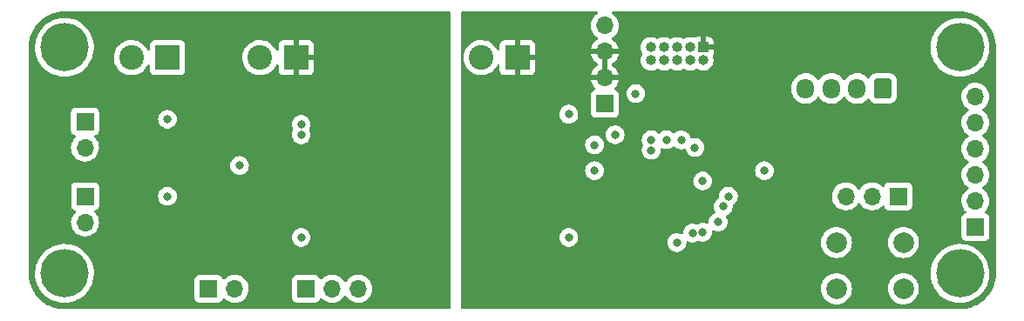
<source format=gbr>
G04 #@! TF.GenerationSoftware,KiCad,Pcbnew,6.0.6-3a73a75311~116~ubuntu22.04.1*
G04 #@! TF.CreationDate,2022-07-04T15:20:00+02:00*
G04 #@! TF.ProjectId,DccDecoder,44636344-6563-46f6-9465-722e6b696361,0.4.1*
G04 #@! TF.SameCoordinates,Original*
G04 #@! TF.FileFunction,Copper,L3,Inr*
G04 #@! TF.FilePolarity,Positive*
%FSLAX46Y46*%
G04 Gerber Fmt 4.6, Leading zero omitted, Abs format (unit mm)*
G04 Created by KiCad (PCBNEW 6.0.6-3a73a75311~116~ubuntu22.04.1) date 2022-07-04 15:20:00*
%MOMM*%
%LPD*%
G01*
G04 APERTURE LIST*
G04 #@! TA.AperFunction,ComponentPad*
%ADD10O,1.700000X1.950000*%
G04 #@! TD*
G04 #@! TA.AperFunction,ComponentPad*
%ADD11R,2.400000X2.400000*%
G04 #@! TD*
G04 #@! TA.AperFunction,ComponentPad*
%ADD12C,2.400000*%
G04 #@! TD*
G04 #@! TA.AperFunction,ComponentPad*
%ADD13C,2.000000*%
G04 #@! TD*
G04 #@! TA.AperFunction,ComponentPad*
%ADD14C,4.700000*%
G04 #@! TD*
G04 #@! TA.AperFunction,ComponentPad*
%ADD15R,1.700000X1.700000*%
G04 #@! TD*
G04 #@! TA.AperFunction,ComponentPad*
%ADD16O,1.700000X1.700000*%
G04 #@! TD*
G04 #@! TA.AperFunction,ComponentPad*
%ADD17R,1.000000X1.000000*%
G04 #@! TD*
G04 #@! TA.AperFunction,ComponentPad*
%ADD18O,1.000000X1.000000*%
G04 #@! TD*
G04 #@! TA.AperFunction,ViaPad*
%ADD19C,0.800000*%
G04 #@! TD*
G04 APERTURE END LIST*
G04 #@! TA.AperFunction,ComponentPad*
G36*
G01*
X109350000Y-47275000D02*
X109350000Y-48725000D01*
G75*
G02*
X109100000Y-48975000I-250000J0D01*
G01*
X107900000Y-48975000D01*
G75*
G02*
X107650000Y-48725000I0J250000D01*
G01*
X107650000Y-47275000D01*
G75*
G02*
X107900000Y-47025000I250000J0D01*
G01*
X109100000Y-47025000D01*
G75*
G02*
X109350000Y-47275000I0J-250000D01*
G01*
G37*
G04 #@! TD.AperFunction*
D10*
X106000000Y-48000000D03*
X103500000Y-48000000D03*
X101000000Y-48000000D03*
D11*
X73000000Y-45000000D03*
D12*
X69500000Y-45000000D03*
D11*
X51500000Y-45000000D03*
D12*
X48000000Y-45000000D03*
D13*
X110500000Y-63000000D03*
X104000000Y-63000000D03*
X104000000Y-67500000D03*
X110500000Y-67500000D03*
D14*
X29000000Y-44000000D03*
X29000000Y-66000000D03*
X116000000Y-44000000D03*
X116000000Y-66000000D03*
D11*
X39000000Y-45000000D03*
D12*
X35500000Y-45000000D03*
D15*
X117500000Y-61500000D03*
D16*
X117500000Y-58960000D03*
X117500000Y-56420000D03*
X117500000Y-53880000D03*
X117500000Y-51340000D03*
X117500000Y-48800000D03*
D17*
X91040000Y-44000000D03*
D18*
X91040000Y-45270000D03*
X89770000Y-44000000D03*
X89770000Y-45270000D03*
X88500000Y-44000000D03*
X88500000Y-45270000D03*
X87230000Y-44000000D03*
X87230000Y-45270000D03*
X85960000Y-44000000D03*
X85960000Y-45270000D03*
D15*
X110000000Y-58500000D03*
D16*
X107460000Y-58500000D03*
X104920000Y-58500000D03*
D15*
X30995000Y-51215000D03*
D16*
X30995000Y-53755000D03*
D15*
X31000000Y-58500000D03*
D16*
X31000000Y-61040000D03*
D15*
X52460000Y-67500000D03*
D16*
X55000000Y-67500000D03*
X57540000Y-67500000D03*
D15*
X43000000Y-67500000D03*
D16*
X45540000Y-67500000D03*
D15*
X81500000Y-49500000D03*
D16*
X81500000Y-46960000D03*
X81500000Y-44420000D03*
X81500000Y-41880000D03*
D19*
X78000000Y-50500000D03*
X46000000Y-55500000D03*
X92500000Y-61000000D03*
X97000000Y-56000000D03*
X39000000Y-51000000D03*
X39000000Y-58500000D03*
X63000000Y-42000000D03*
X64500000Y-62000000D03*
X34000000Y-63000000D03*
X82500000Y-61500000D03*
X96999990Y-61500000D03*
X113000000Y-64000000D03*
X94500000Y-48000000D03*
X101000000Y-58925000D03*
X87479978Y-53000000D03*
X88500000Y-63000000D03*
X84500000Y-48500000D03*
X86000000Y-53000000D03*
X93500000Y-58500000D03*
X93000000Y-59500000D03*
X88929990Y-53009065D03*
X90250000Y-53750000D03*
X52000000Y-51500000D03*
X82500000Y-52500000D03*
X86000000Y-54000000D03*
X52000000Y-52500000D03*
X90012653Y-62081702D03*
X52000000Y-62500000D03*
X91012572Y-62000161D03*
X80500000Y-53500000D03*
X80500000Y-56000000D03*
X78000000Y-62500000D03*
X91000000Y-57000000D03*
G04 #@! TA.AperFunction,Conductor*
G36*
X66442121Y-40528502D02*
G01*
X66488614Y-40582158D01*
X66500000Y-40634500D01*
X66500000Y-69365500D01*
X66479998Y-69433621D01*
X66426342Y-69480114D01*
X66374000Y-69491500D01*
X29049367Y-69491500D01*
X29029982Y-69490000D01*
X29015148Y-69487690D01*
X29015145Y-69487690D01*
X29006276Y-69486309D01*
X28997373Y-69487473D01*
X28997372Y-69487473D01*
X28986924Y-69488839D01*
X28964406Y-69489751D01*
X28663949Y-69474990D01*
X28651655Y-69473779D01*
X28324966Y-69425320D01*
X28312844Y-69422910D01*
X28218804Y-69399354D01*
X27992477Y-69342661D01*
X27980645Y-69339072D01*
X27669689Y-69227810D01*
X27658265Y-69223078D01*
X27494130Y-69145448D01*
X27359708Y-69081872D01*
X27348812Y-69076047D01*
X27207899Y-68991588D01*
X27065533Y-68906256D01*
X27055252Y-68899386D01*
X26976546Y-68841014D01*
X26789983Y-68702650D01*
X26780444Y-68694823D01*
X26535718Y-68473015D01*
X26526980Y-68464277D01*
X26516270Y-68452460D01*
X26305177Y-68219556D01*
X26297350Y-68210017D01*
X26142934Y-68001811D01*
X26100614Y-67944748D01*
X26093744Y-67934467D01*
X25923955Y-67651193D01*
X25918126Y-67640288D01*
X25776922Y-67341735D01*
X25772190Y-67330311D01*
X25660928Y-67019355D01*
X25657339Y-67007523D01*
X25577091Y-66687159D01*
X25574679Y-66675031D01*
X25573111Y-66664457D01*
X25526220Y-66348343D01*
X25525009Y-66336045D01*
X25521024Y-66254912D01*
X25517125Y-66175562D01*
X25510795Y-66046695D01*
X25512387Y-66019619D01*
X25513576Y-66012552D01*
X25513729Y-66000000D01*
X25509773Y-65972376D01*
X25508500Y-65954514D01*
X25508500Y-65910060D01*
X26138069Y-65910060D01*
X26138164Y-65913690D01*
X26138164Y-65913691D01*
X26144284Y-66147402D01*
X26146698Y-66239598D01*
X26147208Y-66243183D01*
X26147209Y-66243192D01*
X26152641Y-66281358D01*
X26193146Y-66565961D01*
X26194065Y-66569464D01*
X26194066Y-66569469D01*
X26224942Y-66687159D01*
X26276798Y-66884822D01*
X26396544Y-67191955D01*
X26398248Y-67195173D01*
X26523468Y-67431672D01*
X26550798Y-67483290D01*
X26552850Y-67486275D01*
X26552855Y-67486284D01*
X26735457Y-67751972D01*
X26735463Y-67751979D01*
X26737514Y-67754964D01*
X26954219Y-68003377D01*
X27198039Y-68225236D01*
X27200987Y-68227354D01*
X27200989Y-68227356D01*
X27462793Y-68415481D01*
X27462799Y-68415485D01*
X27465744Y-68417601D01*
X27753784Y-68577922D01*
X28058342Y-68704074D01*
X28061836Y-68705069D01*
X28061838Y-68705070D01*
X28371880Y-68793388D01*
X28371885Y-68793389D01*
X28375381Y-68794385D01*
X28561993Y-68824944D01*
X28697118Y-68847072D01*
X28697125Y-68847073D01*
X28700699Y-68847658D01*
X28865342Y-68855423D01*
X29026357Y-68863016D01*
X29026358Y-68863016D01*
X29029984Y-68863187D01*
X29051019Y-68861753D01*
X29355241Y-68841014D01*
X29355249Y-68841013D01*
X29358872Y-68840766D01*
X29362448Y-68840103D01*
X29362450Y-68840103D01*
X29679438Y-68781353D01*
X29679442Y-68781352D01*
X29683003Y-68780692D01*
X29998082Y-68683761D01*
X30145060Y-68619242D01*
X30296604Y-68552719D01*
X30296612Y-68552715D01*
X30299931Y-68551258D01*
X30561971Y-68398134D01*
X41641500Y-68398134D01*
X41648255Y-68460316D01*
X41699385Y-68596705D01*
X41786739Y-68713261D01*
X41903295Y-68800615D01*
X42039684Y-68851745D01*
X42101866Y-68858500D01*
X43898134Y-68858500D01*
X43960316Y-68851745D01*
X44096705Y-68800615D01*
X44213261Y-68713261D01*
X44300615Y-68596705D01*
X44317105Y-68552719D01*
X44344598Y-68479382D01*
X44387240Y-68422618D01*
X44453802Y-68397918D01*
X44523150Y-68413126D01*
X44557817Y-68441114D01*
X44586250Y-68473938D01*
X44758126Y-68616632D01*
X44951000Y-68729338D01*
X45159692Y-68809030D01*
X45164760Y-68810061D01*
X45164763Y-68810062D01*
X45272017Y-68831883D01*
X45378597Y-68853567D01*
X45383772Y-68853757D01*
X45383774Y-68853757D01*
X45596673Y-68861564D01*
X45596677Y-68861564D01*
X45601837Y-68861753D01*
X45606957Y-68861097D01*
X45606959Y-68861097D01*
X45818288Y-68834025D01*
X45818289Y-68834025D01*
X45823416Y-68833368D01*
X45828366Y-68831883D01*
X46032429Y-68770661D01*
X46032434Y-68770659D01*
X46037384Y-68769174D01*
X46237994Y-68670896D01*
X46419860Y-68541173D01*
X46563400Y-68398134D01*
X51101500Y-68398134D01*
X51108255Y-68460316D01*
X51159385Y-68596705D01*
X51246739Y-68713261D01*
X51363295Y-68800615D01*
X51499684Y-68851745D01*
X51561866Y-68858500D01*
X53358134Y-68858500D01*
X53420316Y-68851745D01*
X53556705Y-68800615D01*
X53673261Y-68713261D01*
X53760615Y-68596705D01*
X53777105Y-68552719D01*
X53804598Y-68479382D01*
X53847240Y-68422618D01*
X53913802Y-68397918D01*
X53983150Y-68413126D01*
X54017817Y-68441114D01*
X54046250Y-68473938D01*
X54218126Y-68616632D01*
X54411000Y-68729338D01*
X54619692Y-68809030D01*
X54624760Y-68810061D01*
X54624763Y-68810062D01*
X54732017Y-68831883D01*
X54838597Y-68853567D01*
X54843772Y-68853757D01*
X54843774Y-68853757D01*
X55056673Y-68861564D01*
X55056677Y-68861564D01*
X55061837Y-68861753D01*
X55066957Y-68861097D01*
X55066959Y-68861097D01*
X55278288Y-68834025D01*
X55278289Y-68834025D01*
X55283416Y-68833368D01*
X55288366Y-68831883D01*
X55492429Y-68770661D01*
X55492434Y-68770659D01*
X55497384Y-68769174D01*
X55697994Y-68670896D01*
X55879860Y-68541173D01*
X56038096Y-68383489D01*
X56168453Y-68202077D01*
X56169776Y-68203028D01*
X56216645Y-68159857D01*
X56286580Y-68147625D01*
X56352026Y-68175144D01*
X56379875Y-68206994D01*
X56439987Y-68305088D01*
X56586250Y-68473938D01*
X56758126Y-68616632D01*
X56951000Y-68729338D01*
X57159692Y-68809030D01*
X57164760Y-68810061D01*
X57164763Y-68810062D01*
X57272017Y-68831883D01*
X57378597Y-68853567D01*
X57383772Y-68853757D01*
X57383774Y-68853757D01*
X57596673Y-68861564D01*
X57596677Y-68861564D01*
X57601837Y-68861753D01*
X57606957Y-68861097D01*
X57606959Y-68861097D01*
X57818288Y-68834025D01*
X57818289Y-68834025D01*
X57823416Y-68833368D01*
X57828366Y-68831883D01*
X58032429Y-68770661D01*
X58032434Y-68770659D01*
X58037384Y-68769174D01*
X58237994Y-68670896D01*
X58419860Y-68541173D01*
X58578096Y-68383489D01*
X58708453Y-68202077D01*
X58729320Y-68159857D01*
X58805136Y-68006453D01*
X58805137Y-68006451D01*
X58807430Y-68001811D01*
X58872370Y-67788069D01*
X58901529Y-67566590D01*
X58903156Y-67500000D01*
X58884852Y-67277361D01*
X58830431Y-67060702D01*
X58741354Y-66855840D01*
X58694645Y-66783639D01*
X58622822Y-66672617D01*
X58622820Y-66672614D01*
X58620014Y-66668277D01*
X58469670Y-66503051D01*
X58465619Y-66499852D01*
X58465615Y-66499848D01*
X58298414Y-66367800D01*
X58298410Y-66367798D01*
X58294359Y-66364598D01*
X58264928Y-66348351D01*
X58242136Y-66335769D01*
X58098789Y-66256638D01*
X58093920Y-66254914D01*
X58093916Y-66254912D01*
X57893087Y-66183795D01*
X57893083Y-66183794D01*
X57888212Y-66182069D01*
X57883119Y-66181162D01*
X57883116Y-66181161D01*
X57673373Y-66143800D01*
X57673367Y-66143799D01*
X57668284Y-66142894D01*
X57594452Y-66141992D01*
X57450081Y-66140228D01*
X57450079Y-66140228D01*
X57444911Y-66140165D01*
X57224091Y-66173955D01*
X57011756Y-66243357D01*
X56813607Y-66346507D01*
X56809474Y-66349610D01*
X56809471Y-66349612D01*
X56639100Y-66477530D01*
X56634965Y-66480635D01*
X56606345Y-66510584D01*
X56523729Y-66597037D01*
X56480629Y-66642138D01*
X56373201Y-66799621D01*
X56318293Y-66844621D01*
X56247768Y-66852792D01*
X56184021Y-66821538D01*
X56163324Y-66797054D01*
X56082822Y-66672617D01*
X56082820Y-66672614D01*
X56080014Y-66668277D01*
X55929670Y-66503051D01*
X55925619Y-66499852D01*
X55925615Y-66499848D01*
X55758414Y-66367800D01*
X55758410Y-66367798D01*
X55754359Y-66364598D01*
X55724928Y-66348351D01*
X55702136Y-66335769D01*
X55558789Y-66256638D01*
X55553920Y-66254914D01*
X55553916Y-66254912D01*
X55353087Y-66183795D01*
X55353083Y-66183794D01*
X55348212Y-66182069D01*
X55343119Y-66181162D01*
X55343116Y-66181161D01*
X55133373Y-66143800D01*
X55133367Y-66143799D01*
X55128284Y-66142894D01*
X55054452Y-66141992D01*
X54910081Y-66140228D01*
X54910079Y-66140228D01*
X54904911Y-66140165D01*
X54684091Y-66173955D01*
X54471756Y-66243357D01*
X54273607Y-66346507D01*
X54269474Y-66349610D01*
X54269471Y-66349612D01*
X54099100Y-66477530D01*
X54094965Y-66480635D01*
X54038537Y-66539684D01*
X54014283Y-66565064D01*
X53952759Y-66600494D01*
X53881846Y-66597037D01*
X53824060Y-66555791D01*
X53805207Y-66522243D01*
X53763767Y-66411703D01*
X53760615Y-66403295D01*
X53673261Y-66286739D01*
X53556705Y-66199385D01*
X53420316Y-66148255D01*
X53358134Y-66141500D01*
X51561866Y-66141500D01*
X51499684Y-66148255D01*
X51363295Y-66199385D01*
X51246739Y-66286739D01*
X51159385Y-66403295D01*
X51108255Y-66539684D01*
X51101500Y-66601866D01*
X51101500Y-68398134D01*
X46563400Y-68398134D01*
X46578096Y-68383489D01*
X46708453Y-68202077D01*
X46729320Y-68159857D01*
X46805136Y-68006453D01*
X46805137Y-68006451D01*
X46807430Y-68001811D01*
X46872370Y-67788069D01*
X46901529Y-67566590D01*
X46903156Y-67500000D01*
X46884852Y-67277361D01*
X46830431Y-67060702D01*
X46741354Y-66855840D01*
X46694645Y-66783639D01*
X46622822Y-66672617D01*
X46622820Y-66672614D01*
X46620014Y-66668277D01*
X46469670Y-66503051D01*
X46465619Y-66499852D01*
X46465615Y-66499848D01*
X46298414Y-66367800D01*
X46298410Y-66367798D01*
X46294359Y-66364598D01*
X46264928Y-66348351D01*
X46242136Y-66335769D01*
X46098789Y-66256638D01*
X46093920Y-66254914D01*
X46093916Y-66254912D01*
X45893087Y-66183795D01*
X45893083Y-66183794D01*
X45888212Y-66182069D01*
X45883119Y-66181162D01*
X45883116Y-66181161D01*
X45673373Y-66143800D01*
X45673367Y-66143799D01*
X45668284Y-66142894D01*
X45594452Y-66141992D01*
X45450081Y-66140228D01*
X45450079Y-66140228D01*
X45444911Y-66140165D01*
X45224091Y-66173955D01*
X45011756Y-66243357D01*
X44813607Y-66346507D01*
X44809474Y-66349610D01*
X44809471Y-66349612D01*
X44639100Y-66477530D01*
X44634965Y-66480635D01*
X44578537Y-66539684D01*
X44554283Y-66565064D01*
X44492759Y-66600494D01*
X44421846Y-66597037D01*
X44364060Y-66555791D01*
X44345207Y-66522243D01*
X44303767Y-66411703D01*
X44300615Y-66403295D01*
X44213261Y-66286739D01*
X44096705Y-66199385D01*
X43960316Y-66148255D01*
X43898134Y-66141500D01*
X42101866Y-66141500D01*
X42039684Y-66148255D01*
X41903295Y-66199385D01*
X41786739Y-66286739D01*
X41699385Y-66403295D01*
X41648255Y-66539684D01*
X41641500Y-66601866D01*
X41641500Y-68398134D01*
X30561971Y-68398134D01*
X30584550Y-68384940D01*
X30755752Y-68256398D01*
X30845260Y-68189194D01*
X30845264Y-68189191D01*
X30848167Y-68187011D01*
X31087288Y-67960094D01*
X31298743Y-67707197D01*
X31335531Y-67651193D01*
X31477742Y-67434698D01*
X31477747Y-67434689D01*
X31479729Y-67431672D01*
X31627847Y-67137171D01*
X31673094Y-67013529D01*
X31739887Y-66831008D01*
X31739888Y-66831004D01*
X31741135Y-66827597D01*
X31741980Y-66824075D01*
X31741983Y-66824067D01*
X31817244Y-66510584D01*
X31817245Y-66510580D01*
X31818091Y-66507055D01*
X31837296Y-66348351D01*
X31857358Y-66182570D01*
X31857358Y-66182563D01*
X31857694Y-66179791D01*
X31857878Y-66173955D01*
X31862799Y-66017346D01*
X31863344Y-66000000D01*
X31861060Y-65960386D01*
X31844577Y-65674515D01*
X31844576Y-65674510D01*
X31844368Y-65670895D01*
X31787691Y-65346153D01*
X31694065Y-65030077D01*
X31564731Y-64726857D01*
X31521009Y-64650203D01*
X31403193Y-64443651D01*
X31401402Y-64440511D01*
X31206244Y-64174836D01*
X30981844Y-63933352D01*
X30979084Y-63930995D01*
X30979078Y-63930989D01*
X30733947Y-63721628D01*
X30733942Y-63721624D01*
X30731175Y-63719261D01*
X30728150Y-63717228D01*
X30460569Y-63537420D01*
X30460565Y-63537418D01*
X30457561Y-63535399D01*
X30164627Y-63384205D01*
X29856257Y-63267682D01*
X29852736Y-63266798D01*
X29852731Y-63266796D01*
X29699669Y-63228350D01*
X29536537Y-63187374D01*
X29501407Y-63182749D01*
X29213310Y-63144820D01*
X29213302Y-63144819D01*
X29209706Y-63144346D01*
X29072651Y-63142193D01*
X28883738Y-63139225D01*
X28883734Y-63139225D01*
X28880096Y-63139168D01*
X28876482Y-63139529D01*
X28876476Y-63139529D01*
X28645816Y-63162552D01*
X28552074Y-63171909D01*
X28229990Y-63242134D01*
X28226563Y-63243307D01*
X28226557Y-63243309D01*
X27921538Y-63347741D01*
X27918112Y-63348914D01*
X27620574Y-63490833D01*
X27341319Y-63666009D01*
X27338485Y-63668279D01*
X27338480Y-63668283D01*
X27271895Y-63721628D01*
X27084049Y-63872121D01*
X26852174Y-64106437D01*
X26648767Y-64365851D01*
X26646874Y-64368940D01*
X26646872Y-64368943D01*
X26604802Y-64437596D01*
X26476525Y-64646925D01*
X26337730Y-64945933D01*
X26234222Y-65258912D01*
X26167373Y-65581714D01*
X26138069Y-65910060D01*
X25508500Y-65910060D01*
X25508500Y-62500000D01*
X51086496Y-62500000D01*
X51106458Y-62689928D01*
X51165473Y-62871556D01*
X51260960Y-63036944D01*
X51388747Y-63178866D01*
X51543248Y-63291118D01*
X51549276Y-63293802D01*
X51549278Y-63293803D01*
X51676562Y-63350473D01*
X51717712Y-63368794D01*
X51790215Y-63384205D01*
X51898056Y-63407128D01*
X51898061Y-63407128D01*
X51904513Y-63408500D01*
X52095487Y-63408500D01*
X52101939Y-63407128D01*
X52101944Y-63407128D01*
X52209785Y-63384205D01*
X52282288Y-63368794D01*
X52323438Y-63350473D01*
X52450722Y-63293803D01*
X52450724Y-63293802D01*
X52456752Y-63291118D01*
X52611253Y-63178866D01*
X52739040Y-63036944D01*
X52834527Y-62871556D01*
X52893542Y-62689928D01*
X52913504Y-62500000D01*
X52893542Y-62310072D01*
X52834527Y-62128444D01*
X52739040Y-61963056D01*
X52706699Y-61927137D01*
X52615675Y-61826045D01*
X52615674Y-61826044D01*
X52611253Y-61821134D01*
X52456752Y-61708882D01*
X52450724Y-61706198D01*
X52450722Y-61706197D01*
X52288319Y-61633891D01*
X52288318Y-61633891D01*
X52282288Y-61631206D01*
X52188888Y-61611353D01*
X52101944Y-61592872D01*
X52101939Y-61592872D01*
X52095487Y-61591500D01*
X51904513Y-61591500D01*
X51898061Y-61592872D01*
X51898056Y-61592872D01*
X51811112Y-61611353D01*
X51717712Y-61631206D01*
X51711682Y-61633891D01*
X51711681Y-61633891D01*
X51549278Y-61706197D01*
X51549276Y-61706198D01*
X51543248Y-61708882D01*
X51388747Y-61821134D01*
X51384326Y-61826044D01*
X51384325Y-61826045D01*
X51293302Y-61927137D01*
X51260960Y-61963056D01*
X51165473Y-62128444D01*
X51106458Y-62310072D01*
X51086496Y-62500000D01*
X25508500Y-62500000D01*
X25508500Y-61006695D01*
X29637251Y-61006695D01*
X29637548Y-61011848D01*
X29637548Y-61011851D01*
X29643011Y-61106590D01*
X29650110Y-61229715D01*
X29651247Y-61234761D01*
X29651248Y-61234767D01*
X29671119Y-61322939D01*
X29699222Y-61447639D01*
X29737461Y-61541811D01*
X29774851Y-61633891D01*
X29783266Y-61654616D01*
X29785965Y-61659020D01*
X29882929Y-61817251D01*
X29899987Y-61845088D01*
X30046250Y-62013938D01*
X30218126Y-62156632D01*
X30411000Y-62269338D01*
X30619692Y-62349030D01*
X30624760Y-62350061D01*
X30624763Y-62350062D01*
X30732017Y-62371883D01*
X30838597Y-62393567D01*
X30843772Y-62393757D01*
X30843774Y-62393757D01*
X31056673Y-62401564D01*
X31056677Y-62401564D01*
X31061837Y-62401753D01*
X31066957Y-62401097D01*
X31066959Y-62401097D01*
X31278288Y-62374025D01*
X31278289Y-62374025D01*
X31283416Y-62373368D01*
X31288366Y-62371883D01*
X31492429Y-62310661D01*
X31492434Y-62310659D01*
X31497384Y-62309174D01*
X31697994Y-62210896D01*
X31879860Y-62081173D01*
X32038096Y-61923489D01*
X32097594Y-61840689D01*
X32165435Y-61746277D01*
X32168453Y-61742077D01*
X32242873Y-61591500D01*
X32265136Y-61546453D01*
X32265137Y-61546451D01*
X32267430Y-61541811D01*
X32332370Y-61328069D01*
X32361529Y-61106590D01*
X32363156Y-61040000D01*
X32344852Y-60817361D01*
X32290431Y-60600702D01*
X32201354Y-60395840D01*
X32080014Y-60208277D01*
X32076532Y-60204450D01*
X31932798Y-60046488D01*
X31901746Y-59982642D01*
X31910141Y-59912143D01*
X31955317Y-59857375D01*
X31981761Y-59843706D01*
X32088297Y-59803767D01*
X32096705Y-59800615D01*
X32213261Y-59713261D01*
X32300615Y-59596705D01*
X32351745Y-59460316D01*
X32358500Y-59398134D01*
X32358500Y-58500000D01*
X38086496Y-58500000D01*
X38106458Y-58689928D01*
X38165473Y-58871556D01*
X38260960Y-59036944D01*
X38388747Y-59178866D01*
X38543248Y-59291118D01*
X38549276Y-59293802D01*
X38549278Y-59293803D01*
X38711681Y-59366109D01*
X38717712Y-59368794D01*
X38811112Y-59388647D01*
X38898056Y-59407128D01*
X38898061Y-59407128D01*
X38904513Y-59408500D01*
X39095487Y-59408500D01*
X39101939Y-59407128D01*
X39101944Y-59407128D01*
X39188888Y-59388647D01*
X39282288Y-59368794D01*
X39288319Y-59366109D01*
X39450722Y-59293803D01*
X39450724Y-59293802D01*
X39456752Y-59291118D01*
X39611253Y-59178866D01*
X39739040Y-59036944D01*
X39834527Y-58871556D01*
X39893542Y-58689928D01*
X39913504Y-58500000D01*
X39893542Y-58310072D01*
X39834527Y-58128444D01*
X39739040Y-57963056D01*
X39611253Y-57821134D01*
X39456752Y-57708882D01*
X39450724Y-57706198D01*
X39450722Y-57706197D01*
X39288319Y-57633891D01*
X39288318Y-57633891D01*
X39282288Y-57631206D01*
X39160331Y-57605283D01*
X39101944Y-57592872D01*
X39101939Y-57592872D01*
X39095487Y-57591500D01*
X38904513Y-57591500D01*
X38898061Y-57592872D01*
X38898056Y-57592872D01*
X38839669Y-57605283D01*
X38717712Y-57631206D01*
X38711682Y-57633891D01*
X38711681Y-57633891D01*
X38549278Y-57706197D01*
X38549276Y-57706198D01*
X38543248Y-57708882D01*
X38388747Y-57821134D01*
X38260960Y-57963056D01*
X38165473Y-58128444D01*
X38106458Y-58310072D01*
X38086496Y-58500000D01*
X32358500Y-58500000D01*
X32358500Y-57601866D01*
X32351745Y-57539684D01*
X32300615Y-57403295D01*
X32213261Y-57286739D01*
X32096705Y-57199385D01*
X31960316Y-57148255D01*
X31898134Y-57141500D01*
X30101866Y-57141500D01*
X30039684Y-57148255D01*
X29903295Y-57199385D01*
X29786739Y-57286739D01*
X29699385Y-57403295D01*
X29648255Y-57539684D01*
X29641500Y-57601866D01*
X29641500Y-59398134D01*
X29648255Y-59460316D01*
X29699385Y-59596705D01*
X29786739Y-59713261D01*
X29903295Y-59800615D01*
X29911704Y-59803767D01*
X29911705Y-59803768D01*
X30020451Y-59844535D01*
X30077216Y-59887176D01*
X30101916Y-59953738D01*
X30086709Y-60023087D01*
X30067316Y-60049568D01*
X29940629Y-60182138D01*
X29814743Y-60366680D01*
X29720688Y-60569305D01*
X29660989Y-60784570D01*
X29637251Y-61006695D01*
X25508500Y-61006695D01*
X25508500Y-55500000D01*
X45086496Y-55500000D01*
X45106458Y-55689928D01*
X45165473Y-55871556D01*
X45260960Y-56036944D01*
X45388747Y-56178866D01*
X45543248Y-56291118D01*
X45549276Y-56293802D01*
X45549278Y-56293803D01*
X45711681Y-56366109D01*
X45717712Y-56368794D01*
X45811112Y-56388647D01*
X45898056Y-56407128D01*
X45898061Y-56407128D01*
X45904513Y-56408500D01*
X46095487Y-56408500D01*
X46101939Y-56407128D01*
X46101944Y-56407128D01*
X46188888Y-56388647D01*
X46282288Y-56368794D01*
X46288319Y-56366109D01*
X46450722Y-56293803D01*
X46450724Y-56293802D01*
X46456752Y-56291118D01*
X46611253Y-56178866D01*
X46739040Y-56036944D01*
X46834527Y-55871556D01*
X46893542Y-55689928D01*
X46913504Y-55500000D01*
X46893542Y-55310072D01*
X46834527Y-55128444D01*
X46827399Y-55116097D01*
X46775185Y-55025661D01*
X46739040Y-54963056D01*
X46611253Y-54821134D01*
X46512157Y-54749136D01*
X46462094Y-54712763D01*
X46462093Y-54712762D01*
X46456752Y-54708882D01*
X46450724Y-54706198D01*
X46450722Y-54706197D01*
X46288319Y-54633891D01*
X46288318Y-54633891D01*
X46282288Y-54631206D01*
X46188888Y-54611353D01*
X46101944Y-54592872D01*
X46101939Y-54592872D01*
X46095487Y-54591500D01*
X45904513Y-54591500D01*
X45898061Y-54592872D01*
X45898056Y-54592872D01*
X45811113Y-54611353D01*
X45717712Y-54631206D01*
X45711682Y-54633891D01*
X45711681Y-54633891D01*
X45549278Y-54706197D01*
X45549276Y-54706198D01*
X45543248Y-54708882D01*
X45537907Y-54712762D01*
X45537906Y-54712763D01*
X45487843Y-54749136D01*
X45388747Y-54821134D01*
X45260960Y-54963056D01*
X45224815Y-55025661D01*
X45172602Y-55116097D01*
X45165473Y-55128444D01*
X45106458Y-55310072D01*
X45086496Y-55500000D01*
X25508500Y-55500000D01*
X25508500Y-53721695D01*
X29632251Y-53721695D01*
X29632548Y-53726848D01*
X29632548Y-53726851D01*
X29638011Y-53821590D01*
X29645110Y-53944715D01*
X29646247Y-53949761D01*
X29646248Y-53949767D01*
X29666119Y-54037939D01*
X29694222Y-54162639D01*
X29778266Y-54369616D01*
X29894987Y-54560088D01*
X30041250Y-54728938D01*
X30213126Y-54871632D01*
X30406000Y-54984338D01*
X30614692Y-55064030D01*
X30619760Y-55065061D01*
X30619763Y-55065062D01*
X30727017Y-55086883D01*
X30833597Y-55108567D01*
X30838772Y-55108757D01*
X30838774Y-55108757D01*
X31051673Y-55116564D01*
X31051677Y-55116564D01*
X31056837Y-55116753D01*
X31061957Y-55116097D01*
X31061959Y-55116097D01*
X31273288Y-55089025D01*
X31273289Y-55089025D01*
X31278416Y-55088368D01*
X31283366Y-55086883D01*
X31487429Y-55025661D01*
X31487434Y-55025659D01*
X31492384Y-55024174D01*
X31692994Y-54925896D01*
X31874860Y-54796173D01*
X32033096Y-54638489D01*
X32038330Y-54631206D01*
X32160435Y-54461277D01*
X32163453Y-54457077D01*
X32262430Y-54256811D01*
X32327370Y-54043069D01*
X32356529Y-53821590D01*
X32358156Y-53755000D01*
X32339852Y-53532361D01*
X32285431Y-53315702D01*
X32196354Y-53110840D01*
X32075014Y-52923277D01*
X32071532Y-52919450D01*
X31927798Y-52761488D01*
X31896746Y-52697642D01*
X31905141Y-52627143D01*
X31950317Y-52572375D01*
X31976761Y-52558706D01*
X32083297Y-52518767D01*
X32091705Y-52515615D01*
X32112540Y-52500000D01*
X51086496Y-52500000D01*
X51106458Y-52689928D01*
X51165473Y-52871556D01*
X51260960Y-53036944D01*
X51265378Y-53041851D01*
X51265379Y-53041852D01*
X51301240Y-53081680D01*
X51388747Y-53178866D01*
X51487843Y-53250864D01*
X51533871Y-53284305D01*
X51543248Y-53291118D01*
X51549276Y-53293802D01*
X51549278Y-53293803D01*
X51711681Y-53366109D01*
X51717712Y-53368794D01*
X51811112Y-53388647D01*
X51898056Y-53407128D01*
X51898061Y-53407128D01*
X51904513Y-53408500D01*
X52095487Y-53408500D01*
X52101939Y-53407128D01*
X52101944Y-53407128D01*
X52188888Y-53388647D01*
X52282288Y-53368794D01*
X52288319Y-53366109D01*
X52450722Y-53293803D01*
X52450724Y-53293802D01*
X52456752Y-53291118D01*
X52466130Y-53284305D01*
X52512157Y-53250864D01*
X52611253Y-53178866D01*
X52698760Y-53081680D01*
X52734621Y-53041852D01*
X52734622Y-53041851D01*
X52739040Y-53036944D01*
X52834527Y-52871556D01*
X52893542Y-52689928D01*
X52913504Y-52500000D01*
X52893542Y-52310072D01*
X52834527Y-52128444D01*
X52796743Y-52063000D01*
X52780005Y-51994005D01*
X52796743Y-51937000D01*
X52831223Y-51877279D01*
X52831224Y-51877278D01*
X52834527Y-51871556D01*
X52893542Y-51689928D01*
X52913504Y-51500000D01*
X52893542Y-51310072D01*
X52834527Y-51128444D01*
X52739040Y-50963056D01*
X52611253Y-50821134D01*
X52456752Y-50708882D01*
X52450724Y-50706198D01*
X52450722Y-50706197D01*
X52288319Y-50633891D01*
X52288318Y-50633891D01*
X52282288Y-50631206D01*
X52188887Y-50611353D01*
X52101944Y-50592872D01*
X52101939Y-50592872D01*
X52095487Y-50591500D01*
X51904513Y-50591500D01*
X51898061Y-50592872D01*
X51898056Y-50592872D01*
X51811113Y-50611353D01*
X51717712Y-50631206D01*
X51711682Y-50633891D01*
X51711681Y-50633891D01*
X51549278Y-50706197D01*
X51549276Y-50706198D01*
X51543248Y-50708882D01*
X51388747Y-50821134D01*
X51260960Y-50963056D01*
X51165473Y-51128444D01*
X51106458Y-51310072D01*
X51086496Y-51500000D01*
X51106458Y-51689928D01*
X51165473Y-51871556D01*
X51168776Y-51877278D01*
X51168777Y-51877279D01*
X51203257Y-51937000D01*
X51219995Y-52005995D01*
X51203257Y-52063000D01*
X51165473Y-52128444D01*
X51106458Y-52310072D01*
X51086496Y-52500000D01*
X32112540Y-52500000D01*
X32208261Y-52428261D01*
X32295615Y-52311705D01*
X32346745Y-52175316D01*
X32353500Y-52113134D01*
X32353500Y-51000000D01*
X38086496Y-51000000D01*
X38106458Y-51189928D01*
X38165473Y-51371556D01*
X38260960Y-51536944D01*
X38388747Y-51678866D01*
X38543248Y-51791118D01*
X38549276Y-51793802D01*
X38549278Y-51793803D01*
X38709799Y-51865271D01*
X38717712Y-51868794D01*
X38811112Y-51888647D01*
X38898056Y-51907128D01*
X38898061Y-51907128D01*
X38904513Y-51908500D01*
X39095487Y-51908500D01*
X39101939Y-51907128D01*
X39101944Y-51907128D01*
X39188888Y-51888647D01*
X39282288Y-51868794D01*
X39290201Y-51865271D01*
X39450722Y-51793803D01*
X39450724Y-51793802D01*
X39456752Y-51791118D01*
X39611253Y-51678866D01*
X39739040Y-51536944D01*
X39834527Y-51371556D01*
X39893542Y-51189928D01*
X39913504Y-51000000D01*
X39893542Y-50810072D01*
X39834527Y-50628444D01*
X39813990Y-50592872D01*
X39742341Y-50468774D01*
X39739040Y-50463056D01*
X39611253Y-50321134D01*
X39456752Y-50208882D01*
X39450724Y-50206198D01*
X39450722Y-50206197D01*
X39288319Y-50133891D01*
X39288318Y-50133891D01*
X39282288Y-50131206D01*
X39187740Y-50111109D01*
X39101944Y-50092872D01*
X39101939Y-50092872D01*
X39095487Y-50091500D01*
X38904513Y-50091500D01*
X38898061Y-50092872D01*
X38898056Y-50092872D01*
X38812260Y-50111109D01*
X38717712Y-50131206D01*
X38711682Y-50133891D01*
X38711681Y-50133891D01*
X38549278Y-50206197D01*
X38549276Y-50206198D01*
X38543248Y-50208882D01*
X38388747Y-50321134D01*
X38260960Y-50463056D01*
X38257659Y-50468774D01*
X38186011Y-50592872D01*
X38165473Y-50628444D01*
X38106458Y-50810072D01*
X38086496Y-51000000D01*
X32353500Y-51000000D01*
X32353500Y-50316866D01*
X32346745Y-50254684D01*
X32295615Y-50118295D01*
X32208261Y-50001739D01*
X32091705Y-49914385D01*
X31955316Y-49863255D01*
X31893134Y-49856500D01*
X30096866Y-49856500D01*
X30034684Y-49863255D01*
X29898295Y-49914385D01*
X29781739Y-50001739D01*
X29694385Y-50118295D01*
X29643255Y-50254684D01*
X29636500Y-50316866D01*
X29636500Y-52113134D01*
X29643255Y-52175316D01*
X29694385Y-52311705D01*
X29781739Y-52428261D01*
X29898295Y-52515615D01*
X29906704Y-52518767D01*
X29906705Y-52518768D01*
X30015451Y-52559535D01*
X30072216Y-52602176D01*
X30096916Y-52668738D01*
X30081709Y-52738087D01*
X30062316Y-52764568D01*
X29935629Y-52897138D01*
X29809743Y-53081680D01*
X29715688Y-53284305D01*
X29655989Y-53499570D01*
X29632251Y-53721695D01*
X25508500Y-53721695D01*
X25508500Y-44053250D01*
X25510246Y-44032345D01*
X25512770Y-44017344D01*
X25512770Y-44017341D01*
X25513576Y-44012552D01*
X25513729Y-44000000D01*
X25513040Y-43995185D01*
X25513039Y-43995177D01*
X25511550Y-43984781D01*
X25510429Y-43960735D01*
X25512919Y-43910060D01*
X26138069Y-43910060D01*
X26138164Y-43913690D01*
X26138164Y-43913691D01*
X26141818Y-44053250D01*
X26146698Y-44239598D01*
X26147208Y-44243183D01*
X26147209Y-44243192D01*
X26157611Y-44316276D01*
X26193146Y-44565961D01*
X26194065Y-44569464D01*
X26194066Y-44569469D01*
X26240578Y-44746759D01*
X26276798Y-44884822D01*
X26396544Y-45191955D01*
X26398248Y-45195173D01*
X26534903Y-45453269D01*
X26550798Y-45483290D01*
X26552850Y-45486275D01*
X26552855Y-45486284D01*
X26735457Y-45751972D01*
X26735463Y-45751979D01*
X26737514Y-45754964D01*
X26954219Y-46003377D01*
X27198039Y-46225236D01*
X27200987Y-46227354D01*
X27200989Y-46227356D01*
X27462793Y-46415481D01*
X27462799Y-46415485D01*
X27465744Y-46417601D01*
X27753784Y-46577922D01*
X28058342Y-46704074D01*
X28061836Y-46705069D01*
X28061838Y-46705070D01*
X28371880Y-46793388D01*
X28371885Y-46793389D01*
X28375381Y-46794385D01*
X28561993Y-46824944D01*
X28697118Y-46847072D01*
X28697125Y-46847073D01*
X28700699Y-46847658D01*
X28865341Y-46855422D01*
X29026357Y-46863016D01*
X29026358Y-46863016D01*
X29029984Y-46863187D01*
X29041877Y-46862376D01*
X29355241Y-46841014D01*
X29355249Y-46841013D01*
X29358872Y-46840766D01*
X29362448Y-46840103D01*
X29362450Y-46840103D01*
X29679438Y-46781353D01*
X29679442Y-46781352D01*
X29683003Y-46780692D01*
X29998082Y-46683761D01*
X30140741Y-46621138D01*
X30296604Y-46552719D01*
X30296612Y-46552715D01*
X30299931Y-46551258D01*
X30584550Y-46384940D01*
X30771374Y-46244669D01*
X30845260Y-46189194D01*
X30845264Y-46189191D01*
X30848167Y-46187011D01*
X31087288Y-45960094D01*
X31298743Y-45707197D01*
X31302824Y-45700984D01*
X31477742Y-45434698D01*
X31477747Y-45434689D01*
X31479729Y-45431672D01*
X31627847Y-45137171D01*
X31645231Y-45089667D01*
X31694457Y-44955151D01*
X33787296Y-44955151D01*
X33799480Y-45208798D01*
X33809638Y-45259865D01*
X33843169Y-45428436D01*
X33849021Y-45457857D01*
X33850600Y-45462255D01*
X33850602Y-45462262D01*
X33933248Y-45692449D01*
X33934831Y-45696858D01*
X34055025Y-45920551D01*
X34057820Y-45924294D01*
X34057822Y-45924297D01*
X34204171Y-46120282D01*
X34204176Y-46120288D01*
X34206963Y-46124020D01*
X34210272Y-46127300D01*
X34210277Y-46127306D01*
X34383990Y-46299509D01*
X34387307Y-46302797D01*
X34391069Y-46305555D01*
X34391072Y-46305558D01*
X34543880Y-46417601D01*
X34592094Y-46452953D01*
X34596229Y-46455129D01*
X34596233Y-46455131D01*
X34714289Y-46517243D01*
X34816827Y-46571191D01*
X34951160Y-46618102D01*
X35052021Y-46653324D01*
X35056568Y-46654912D01*
X35306050Y-46702278D01*
X35426532Y-46707011D01*
X35555125Y-46712064D01*
X35555130Y-46712064D01*
X35559793Y-46712247D01*
X35658774Y-46701407D01*
X35807569Y-46685112D01*
X35807575Y-46685111D01*
X35812222Y-46684602D01*
X35921680Y-46655784D01*
X36053273Y-46621138D01*
X36057793Y-46619948D01*
X36221937Y-46549427D01*
X36286807Y-46521557D01*
X36286810Y-46521555D01*
X36291110Y-46519708D01*
X36295090Y-46517245D01*
X36295094Y-46517243D01*
X36503064Y-46388547D01*
X36503066Y-46388545D01*
X36507047Y-46386082D01*
X36587806Y-46317715D01*
X36697289Y-46225031D01*
X36697291Y-46225029D01*
X36700862Y-46222006D01*
X36868295Y-46031084D01*
X36884550Y-46005814D01*
X37003141Y-45821442D01*
X37005669Y-45817512D01*
X37050618Y-45717729D01*
X37096834Y-45663835D01*
X37164850Y-45643482D01*
X37233073Y-45663132D01*
X37279842Y-45716547D01*
X37291500Y-45769480D01*
X37291500Y-46248134D01*
X37298255Y-46310316D01*
X37349385Y-46446705D01*
X37436739Y-46563261D01*
X37553295Y-46650615D01*
X37689684Y-46701745D01*
X37751866Y-46708500D01*
X40248134Y-46708500D01*
X40310316Y-46701745D01*
X40446705Y-46650615D01*
X40563261Y-46563261D01*
X40650615Y-46446705D01*
X40701745Y-46310316D01*
X40708500Y-46248134D01*
X40708500Y-44955151D01*
X46287296Y-44955151D01*
X46299480Y-45208798D01*
X46309638Y-45259865D01*
X46343169Y-45428436D01*
X46349021Y-45457857D01*
X46350600Y-45462255D01*
X46350602Y-45462262D01*
X46433248Y-45692449D01*
X46434831Y-45696858D01*
X46555025Y-45920551D01*
X46557820Y-45924294D01*
X46557822Y-45924297D01*
X46704171Y-46120282D01*
X46704176Y-46120288D01*
X46706963Y-46124020D01*
X46710272Y-46127300D01*
X46710277Y-46127306D01*
X46883990Y-46299509D01*
X46887307Y-46302797D01*
X46891069Y-46305555D01*
X46891072Y-46305558D01*
X47043880Y-46417601D01*
X47092094Y-46452953D01*
X47096229Y-46455129D01*
X47096233Y-46455131D01*
X47214289Y-46517243D01*
X47316827Y-46571191D01*
X47451160Y-46618102D01*
X47552021Y-46653324D01*
X47556568Y-46654912D01*
X47806050Y-46702278D01*
X47926532Y-46707011D01*
X48055125Y-46712064D01*
X48055130Y-46712064D01*
X48059793Y-46712247D01*
X48158774Y-46701407D01*
X48307569Y-46685112D01*
X48307575Y-46685111D01*
X48312222Y-46684602D01*
X48421680Y-46655784D01*
X48553273Y-46621138D01*
X48557793Y-46619948D01*
X48721937Y-46549427D01*
X48786807Y-46521557D01*
X48786810Y-46521555D01*
X48791110Y-46519708D01*
X48795090Y-46517245D01*
X48795094Y-46517243D01*
X49003064Y-46388547D01*
X49003066Y-46388545D01*
X49007047Y-46386082D01*
X49087806Y-46317715D01*
X49197289Y-46225031D01*
X49197291Y-46225029D01*
X49200862Y-46222006D01*
X49368295Y-46031084D01*
X49384550Y-46005814D01*
X49503141Y-45821442D01*
X49505669Y-45817512D01*
X49507586Y-45813257D01*
X49507589Y-45813251D01*
X49551119Y-45716618D01*
X49597335Y-45662723D01*
X49665352Y-45642371D01*
X49733575Y-45662022D01*
X49780343Y-45715437D01*
X49792001Y-45768369D01*
X49792001Y-46244669D01*
X49792371Y-46251490D01*
X49797895Y-46302352D01*
X49801521Y-46317604D01*
X49846676Y-46438054D01*
X49855214Y-46453649D01*
X49931715Y-46555724D01*
X49944276Y-46568285D01*
X50046351Y-46644786D01*
X50061946Y-46653324D01*
X50182394Y-46698478D01*
X50197649Y-46702105D01*
X50248514Y-46707631D01*
X50255328Y-46708000D01*
X51227885Y-46708000D01*
X51243124Y-46703525D01*
X51244329Y-46702135D01*
X51246000Y-46694452D01*
X51246000Y-46689884D01*
X51754000Y-46689884D01*
X51758475Y-46705123D01*
X51759865Y-46706328D01*
X51767548Y-46707999D01*
X52744669Y-46707999D01*
X52751490Y-46707629D01*
X52802352Y-46702105D01*
X52817604Y-46698479D01*
X52938054Y-46653324D01*
X52953649Y-46644786D01*
X53055724Y-46568285D01*
X53068285Y-46555724D01*
X53144786Y-46453649D01*
X53153324Y-46438054D01*
X53198478Y-46317606D01*
X53202105Y-46302351D01*
X53207631Y-46251486D01*
X53208000Y-46244672D01*
X53208000Y-45272115D01*
X53203525Y-45256876D01*
X53202135Y-45255671D01*
X53194452Y-45254000D01*
X51772115Y-45254000D01*
X51756876Y-45258475D01*
X51755671Y-45259865D01*
X51754000Y-45267548D01*
X51754000Y-46689884D01*
X51246000Y-46689884D01*
X51246000Y-44727885D01*
X51754000Y-44727885D01*
X51758475Y-44743124D01*
X51759865Y-44744329D01*
X51767548Y-44746000D01*
X53189884Y-44746000D01*
X53205123Y-44741525D01*
X53206328Y-44740135D01*
X53207999Y-44732452D01*
X53207999Y-43755331D01*
X53207629Y-43748510D01*
X53202105Y-43697648D01*
X53198479Y-43682396D01*
X53153324Y-43561946D01*
X53144786Y-43546351D01*
X53068285Y-43444276D01*
X53055724Y-43431715D01*
X52953649Y-43355214D01*
X52938054Y-43346676D01*
X52817606Y-43301522D01*
X52802351Y-43297895D01*
X52751486Y-43292369D01*
X52744672Y-43292000D01*
X51772115Y-43292000D01*
X51756876Y-43296475D01*
X51755671Y-43297865D01*
X51754000Y-43305548D01*
X51754000Y-44727885D01*
X51246000Y-44727885D01*
X51246000Y-43310116D01*
X51241525Y-43294877D01*
X51240135Y-43293672D01*
X51232452Y-43292001D01*
X50255331Y-43292001D01*
X50248510Y-43292371D01*
X50197648Y-43297895D01*
X50182396Y-43301521D01*
X50061946Y-43346676D01*
X50046351Y-43355214D01*
X49944276Y-43431715D01*
X49931715Y-43444276D01*
X49855214Y-43546351D01*
X49846676Y-43561946D01*
X49801522Y-43682394D01*
X49797895Y-43697649D01*
X49792369Y-43748514D01*
X49792000Y-43755328D01*
X49792000Y-44222338D01*
X49771998Y-44290459D01*
X49718342Y-44336952D01*
X49648068Y-44347056D01*
X49583488Y-44317562D01*
X49550526Y-44270783D01*
X49550099Y-44270987D01*
X49548904Y-44268482D01*
X49548566Y-44268002D01*
X49548084Y-44266763D01*
X49546391Y-44262409D01*
X49535408Y-44243192D01*
X49422702Y-44045997D01*
X49422700Y-44045995D01*
X49420383Y-44041940D01*
X49263171Y-43842517D01*
X49092957Y-43682396D01*
X49081610Y-43671722D01*
X49081608Y-43671720D01*
X49078209Y-43668523D01*
X48989068Y-43606684D01*
X48873393Y-43526437D01*
X48873390Y-43526435D01*
X48869561Y-43523779D01*
X48865384Y-43521719D01*
X48865377Y-43521715D01*
X48645996Y-43413528D01*
X48645992Y-43413527D01*
X48641810Y-43411464D01*
X48399960Y-43334047D01*
X48395355Y-43333297D01*
X48153935Y-43293980D01*
X48153934Y-43293980D01*
X48149323Y-43293229D01*
X48022365Y-43291567D01*
X47900083Y-43289966D01*
X47900080Y-43289966D01*
X47895406Y-43289905D01*
X47643787Y-43324149D01*
X47399993Y-43395208D01*
X47169380Y-43501522D01*
X47165471Y-43504085D01*
X46960928Y-43638189D01*
X46960923Y-43638193D01*
X46957015Y-43640755D01*
X46910360Y-43682396D01*
X46828647Y-43755328D01*
X46767562Y-43809848D01*
X46605183Y-44005087D01*
X46473447Y-44222182D01*
X46471638Y-44226496D01*
X46471637Y-44226498D01*
X46454753Y-44266763D01*
X46375246Y-44456365D01*
X46312738Y-44702490D01*
X46287296Y-44955151D01*
X40708500Y-44955151D01*
X40708500Y-43751866D01*
X40701745Y-43689684D01*
X40650615Y-43553295D01*
X40563261Y-43436739D01*
X40446705Y-43349385D01*
X40310316Y-43298255D01*
X40248134Y-43291500D01*
X37751866Y-43291500D01*
X37689684Y-43298255D01*
X37553295Y-43349385D01*
X37436739Y-43436739D01*
X37349385Y-43553295D01*
X37298255Y-43689684D01*
X37291500Y-43751866D01*
X37291500Y-44221052D01*
X37271498Y-44289173D01*
X37217842Y-44335666D01*
X37147568Y-44345770D01*
X37082988Y-44316276D01*
X37050829Y-44270639D01*
X37050099Y-44270987D01*
X37048084Y-44266762D01*
X37046391Y-44262409D01*
X37035408Y-44243192D01*
X36922702Y-44045997D01*
X36922700Y-44045995D01*
X36920383Y-44041940D01*
X36763171Y-43842517D01*
X36592957Y-43682396D01*
X36581610Y-43671722D01*
X36581608Y-43671720D01*
X36578209Y-43668523D01*
X36489068Y-43606684D01*
X36373393Y-43526437D01*
X36373390Y-43526435D01*
X36369561Y-43523779D01*
X36365384Y-43521719D01*
X36365377Y-43521715D01*
X36145996Y-43413528D01*
X36145992Y-43413527D01*
X36141810Y-43411464D01*
X35899960Y-43334047D01*
X35895355Y-43333297D01*
X35653935Y-43293980D01*
X35653934Y-43293980D01*
X35649323Y-43293229D01*
X35522365Y-43291567D01*
X35400083Y-43289966D01*
X35400080Y-43289966D01*
X35395406Y-43289905D01*
X35143787Y-43324149D01*
X34899993Y-43395208D01*
X34669380Y-43501522D01*
X34665471Y-43504085D01*
X34460928Y-43638189D01*
X34460923Y-43638193D01*
X34457015Y-43640755D01*
X34410360Y-43682396D01*
X34328647Y-43755328D01*
X34267562Y-43809848D01*
X34105183Y-44005087D01*
X33973447Y-44222182D01*
X33971638Y-44226496D01*
X33971637Y-44226498D01*
X33954753Y-44266763D01*
X33875246Y-44456365D01*
X33812738Y-44702490D01*
X33787296Y-44955151D01*
X31694457Y-44955151D01*
X31739887Y-44831008D01*
X31739888Y-44831004D01*
X31741135Y-44827597D01*
X31741980Y-44824075D01*
X31741983Y-44824067D01*
X31817244Y-44510584D01*
X31817245Y-44510580D01*
X31818091Y-44507055D01*
X31837453Y-44347056D01*
X31857358Y-44182570D01*
X31857358Y-44182563D01*
X31857694Y-44179791D01*
X31863344Y-44000000D01*
X31862982Y-43993724D01*
X31844577Y-43674515D01*
X31844576Y-43674510D01*
X31844368Y-43670895D01*
X31823843Y-43553295D01*
X31788315Y-43349726D01*
X31788313Y-43349719D01*
X31787691Y-43346153D01*
X31777017Y-43310116D01*
X31749207Y-43216233D01*
X31694065Y-43030077D01*
X31656771Y-42942642D01*
X31566155Y-42730195D01*
X31566153Y-42730192D01*
X31564731Y-42726857D01*
X31521009Y-42650203D01*
X31403193Y-42443651D01*
X31401402Y-42440511D01*
X31206244Y-42174836D01*
X30981844Y-41933352D01*
X30979084Y-41930995D01*
X30979078Y-41930989D01*
X30733947Y-41721628D01*
X30733942Y-41721624D01*
X30731175Y-41719261D01*
X30728150Y-41717228D01*
X30460569Y-41537420D01*
X30460565Y-41537418D01*
X30457561Y-41535399D01*
X30164627Y-41384205D01*
X29856257Y-41267682D01*
X29852736Y-41266798D01*
X29852731Y-41266796D01*
X29699669Y-41228350D01*
X29536537Y-41187374D01*
X29516253Y-41184704D01*
X29213310Y-41144820D01*
X29213302Y-41144819D01*
X29209706Y-41144346D01*
X29072651Y-41142193D01*
X28883738Y-41139225D01*
X28883734Y-41139225D01*
X28880096Y-41139168D01*
X28876482Y-41139529D01*
X28876476Y-41139529D01*
X28645816Y-41162552D01*
X28552074Y-41171909D01*
X28229990Y-41242134D01*
X28226563Y-41243307D01*
X28226557Y-41243309D01*
X27921538Y-41347741D01*
X27918112Y-41348914D01*
X27620574Y-41490833D01*
X27341319Y-41666009D01*
X27338485Y-41668279D01*
X27338480Y-41668283D01*
X27271895Y-41721628D01*
X27084049Y-41872121D01*
X26852174Y-42106437D01*
X26648767Y-42365851D01*
X26646874Y-42368940D01*
X26646872Y-42368943D01*
X26604802Y-42437596D01*
X26476525Y-42646925D01*
X26475006Y-42650197D01*
X26475003Y-42650203D01*
X26465958Y-42669689D01*
X26337730Y-42945933D01*
X26234222Y-43258912D01*
X26233486Y-43262467D01*
X26233485Y-43262470D01*
X26198510Y-43431358D01*
X26167373Y-43581714D01*
X26138069Y-43910060D01*
X25512919Y-43910060D01*
X25513097Y-43906439D01*
X25525010Y-43663949D01*
X25526221Y-43651650D01*
X25536060Y-43585325D01*
X25574680Y-43324966D01*
X25577091Y-43312841D01*
X25581816Y-43293980D01*
X25647047Y-43033563D01*
X25657339Y-42992477D01*
X25660928Y-42980645D01*
X25772190Y-42669689D01*
X25776922Y-42658265D01*
X25913760Y-42368943D01*
X25918128Y-42359708D01*
X25923955Y-42348807D01*
X26093744Y-42065533D01*
X26100614Y-42055252D01*
X26153099Y-41984483D01*
X26297350Y-41789983D01*
X26305177Y-41780444D01*
X26526985Y-41535718D01*
X26535718Y-41526985D01*
X26780444Y-41305177D01*
X26789983Y-41297350D01*
X27003191Y-41139225D01*
X27055252Y-41100614D01*
X27065533Y-41093744D01*
X27207899Y-41008412D01*
X27348812Y-40923953D01*
X27359708Y-40918128D01*
X27590500Y-40808972D01*
X27658265Y-40776922D01*
X27669689Y-40772190D01*
X27980645Y-40660928D01*
X27992477Y-40657339D01*
X28292613Y-40582158D01*
X28312844Y-40577090D01*
X28324966Y-40574680D01*
X28651655Y-40526221D01*
X28663949Y-40525010D01*
X28957039Y-40510610D01*
X28982598Y-40511958D01*
X28993724Y-40513691D01*
X29025286Y-40509564D01*
X29041621Y-40508500D01*
X66374000Y-40508500D01*
X66442121Y-40528502D01*
G37*
G04 #@! TD.AperFunction*
G04 #@! TA.AperFunction,Conductor*
G36*
X80754417Y-40528502D02*
G01*
X80800910Y-40582158D01*
X80811014Y-40652432D01*
X80781520Y-40717012D01*
X80761949Y-40735260D01*
X80663774Y-40808972D01*
X80594965Y-40860635D01*
X80440629Y-41022138D01*
X80314743Y-41206680D01*
X80272659Y-41297342D01*
X80231568Y-41385867D01*
X80220688Y-41409305D01*
X80160989Y-41624570D01*
X80137251Y-41846695D01*
X80137548Y-41851848D01*
X80137548Y-41851851D01*
X80143011Y-41946590D01*
X80150110Y-42069715D01*
X80151247Y-42074761D01*
X80151248Y-42074767D01*
X80171119Y-42162939D01*
X80199222Y-42287639D01*
X80283266Y-42494616D01*
X80285965Y-42499020D01*
X80390551Y-42669689D01*
X80399987Y-42685088D01*
X80546250Y-42853938D01*
X80622846Y-42917529D01*
X80712994Y-42992371D01*
X80718126Y-42996632D01*
X80781326Y-43033563D01*
X80791955Y-43039774D01*
X80840679Y-43091412D01*
X80853750Y-43161195D01*
X80827019Y-43226967D01*
X80786562Y-43260327D01*
X80778457Y-43264546D01*
X80769738Y-43270036D01*
X80599433Y-43397905D01*
X80591726Y-43404748D01*
X80444590Y-43558717D01*
X80438104Y-43566727D01*
X80318098Y-43742649D01*
X80313000Y-43751623D01*
X80223338Y-43944783D01*
X80219775Y-43954470D01*
X80164389Y-44154183D01*
X80165912Y-44162607D01*
X80178292Y-44166000D01*
X82818344Y-44166000D01*
X82831875Y-44162027D01*
X82833180Y-44152947D01*
X82791214Y-43985875D01*
X82787894Y-43976124D01*
X82702972Y-43780814D01*
X82698105Y-43771739D01*
X82582426Y-43592926D01*
X82576136Y-43584757D01*
X82432806Y-43427240D01*
X82425273Y-43420215D01*
X82258139Y-43288222D01*
X82249556Y-43282520D01*
X82212602Y-43262120D01*
X82162631Y-43211687D01*
X82147859Y-43142245D01*
X82172975Y-43075839D01*
X82200327Y-43049232D01*
X82262941Y-43004570D01*
X82379860Y-42921173D01*
X82538096Y-42763489D01*
X82597594Y-42680689D01*
X82665435Y-42586277D01*
X82668453Y-42582077D01*
X82730501Y-42456533D01*
X82765136Y-42386453D01*
X82765137Y-42386451D01*
X82767430Y-42381811D01*
X82832370Y-42168069D01*
X82861529Y-41946590D01*
X82861611Y-41943240D01*
X82863074Y-41883365D01*
X82863074Y-41883361D01*
X82863156Y-41880000D01*
X82844852Y-41657361D01*
X82790431Y-41440702D01*
X82701354Y-41235840D01*
X82659762Y-41171549D01*
X82582822Y-41052617D01*
X82582820Y-41052614D01*
X82580014Y-41048277D01*
X82429670Y-40883051D01*
X82425619Y-40879852D01*
X82425615Y-40879848D01*
X82258416Y-40747802D01*
X82254359Y-40744598D01*
X82249835Y-40742100D01*
X82245841Y-40739447D01*
X82200172Y-40685089D01*
X82191140Y-40614669D01*
X82221614Y-40550546D01*
X82281919Y-40513077D01*
X82315570Y-40508500D01*
X115950633Y-40508500D01*
X115970018Y-40510000D01*
X115984852Y-40512310D01*
X115984855Y-40512310D01*
X115993724Y-40513691D01*
X116002627Y-40512527D01*
X116002628Y-40512527D01*
X116013076Y-40511161D01*
X116035594Y-40510249D01*
X116336051Y-40525010D01*
X116348345Y-40526221D01*
X116675034Y-40574680D01*
X116687156Y-40577090D01*
X116707387Y-40582158D01*
X117007523Y-40657339D01*
X117019355Y-40660928D01*
X117330311Y-40772190D01*
X117341735Y-40776922D01*
X117409500Y-40808972D01*
X117640292Y-40918128D01*
X117651188Y-40923953D01*
X117792101Y-41008412D01*
X117934467Y-41093744D01*
X117944748Y-41100614D01*
X117996809Y-41139225D01*
X118210017Y-41297350D01*
X118219556Y-41305177D01*
X118464282Y-41526985D01*
X118473015Y-41535718D01*
X118694823Y-41780444D01*
X118702650Y-41789983D01*
X118816313Y-41943240D01*
X118899386Y-42055252D01*
X118906256Y-42065533D01*
X119076045Y-42348807D01*
X119081872Y-42359708D01*
X119086240Y-42368943D01*
X119223078Y-42658265D01*
X119227810Y-42669689D01*
X119339072Y-42980645D01*
X119342661Y-42992477D01*
X119384442Y-43159274D01*
X119418185Y-43293980D01*
X119422909Y-43312841D01*
X119425320Y-43324966D01*
X119463941Y-43585325D01*
X119473779Y-43651650D01*
X119474990Y-43663949D01*
X119487261Y-43913691D01*
X119489390Y-43957034D01*
X119488042Y-43982598D01*
X119486309Y-43993724D01*
X119487795Y-44005087D01*
X119490436Y-44025283D01*
X119491500Y-44041621D01*
X119491500Y-65950633D01*
X119490000Y-65970018D01*
X119486309Y-65993724D01*
X119487473Y-66002627D01*
X119487473Y-66002628D01*
X119488839Y-66013076D01*
X119489751Y-66035594D01*
X119477792Y-66279035D01*
X119474991Y-66336045D01*
X119473779Y-66348345D01*
X119425321Y-66675031D01*
X119422909Y-66687159D01*
X119342661Y-67007523D01*
X119339072Y-67019355D01*
X119227810Y-67330311D01*
X119223078Y-67341735D01*
X119081874Y-67640288D01*
X119076045Y-67651193D01*
X118906256Y-67934467D01*
X118899386Y-67944748D01*
X118855904Y-68003377D01*
X118702650Y-68210017D01*
X118694823Y-68219556D01*
X118473020Y-68464277D01*
X118464282Y-68473015D01*
X118219556Y-68694823D01*
X118210017Y-68702650D01*
X118023454Y-68841014D01*
X117944748Y-68899386D01*
X117934467Y-68906256D01*
X117882822Y-68937211D01*
X117651188Y-69076047D01*
X117640292Y-69081872D01*
X117505870Y-69145448D01*
X117341735Y-69223078D01*
X117330311Y-69227810D01*
X117019355Y-69339072D01*
X117007523Y-69342661D01*
X116781196Y-69399354D01*
X116687156Y-69422910D01*
X116675034Y-69425320D01*
X116348345Y-69473779D01*
X116336051Y-69474990D01*
X116042961Y-69489390D01*
X116017402Y-69488042D01*
X116006276Y-69486309D01*
X115974714Y-69490436D01*
X115958379Y-69491500D01*
X67626000Y-69491500D01*
X67557879Y-69471498D01*
X67511386Y-69417842D01*
X67500000Y-69365500D01*
X67500000Y-67500000D01*
X102486835Y-67500000D01*
X102505465Y-67736711D01*
X102506619Y-67741518D01*
X102506620Y-67741524D01*
X102509847Y-67754964D01*
X102560895Y-67967594D01*
X102562788Y-67972165D01*
X102562789Y-67972167D01*
X102575717Y-68003377D01*
X102651760Y-68186963D01*
X102654346Y-68191183D01*
X102773241Y-68385202D01*
X102773245Y-68385208D01*
X102775824Y-68389416D01*
X102930031Y-68569969D01*
X103110584Y-68724176D01*
X103114792Y-68726755D01*
X103114798Y-68726759D01*
X103299759Y-68840103D01*
X103313037Y-68848240D01*
X103317607Y-68850133D01*
X103317611Y-68850135D01*
X103527833Y-68937211D01*
X103532406Y-68939105D01*
X103612609Y-68958360D01*
X103758476Y-68993380D01*
X103758482Y-68993381D01*
X103763289Y-68994535D01*
X104000000Y-69013165D01*
X104236711Y-68994535D01*
X104241518Y-68993381D01*
X104241524Y-68993380D01*
X104387391Y-68958360D01*
X104467594Y-68939105D01*
X104472167Y-68937211D01*
X104682389Y-68850135D01*
X104682393Y-68850133D01*
X104686963Y-68848240D01*
X104700241Y-68840103D01*
X104885202Y-68726759D01*
X104885208Y-68726755D01*
X104889416Y-68724176D01*
X105069969Y-68569969D01*
X105224176Y-68389416D01*
X105226755Y-68385208D01*
X105226759Y-68385202D01*
X105345654Y-68191183D01*
X105348240Y-68186963D01*
X105424284Y-68003377D01*
X105437211Y-67972167D01*
X105437212Y-67972165D01*
X105439105Y-67967594D01*
X105490153Y-67754964D01*
X105493380Y-67741524D01*
X105493381Y-67741518D01*
X105494535Y-67736711D01*
X105513165Y-67500000D01*
X108986835Y-67500000D01*
X109005465Y-67736711D01*
X109006619Y-67741518D01*
X109006620Y-67741524D01*
X109009847Y-67754964D01*
X109060895Y-67967594D01*
X109062788Y-67972165D01*
X109062789Y-67972167D01*
X109075717Y-68003377D01*
X109151760Y-68186963D01*
X109154346Y-68191183D01*
X109273241Y-68385202D01*
X109273245Y-68385208D01*
X109275824Y-68389416D01*
X109430031Y-68569969D01*
X109610584Y-68724176D01*
X109614792Y-68726755D01*
X109614798Y-68726759D01*
X109799759Y-68840103D01*
X109813037Y-68848240D01*
X109817607Y-68850133D01*
X109817611Y-68850135D01*
X110027833Y-68937211D01*
X110032406Y-68939105D01*
X110112609Y-68958360D01*
X110258476Y-68993380D01*
X110258482Y-68993381D01*
X110263289Y-68994535D01*
X110500000Y-69013165D01*
X110736711Y-68994535D01*
X110741518Y-68993381D01*
X110741524Y-68993380D01*
X110887391Y-68958360D01*
X110967594Y-68939105D01*
X110972167Y-68937211D01*
X111182389Y-68850135D01*
X111182393Y-68850133D01*
X111186963Y-68848240D01*
X111200241Y-68840103D01*
X111385202Y-68726759D01*
X111385208Y-68726755D01*
X111389416Y-68724176D01*
X111569969Y-68569969D01*
X111724176Y-68389416D01*
X111726755Y-68385208D01*
X111726759Y-68385202D01*
X111845654Y-68191183D01*
X111848240Y-68186963D01*
X111924284Y-68003377D01*
X111937211Y-67972167D01*
X111937212Y-67972165D01*
X111939105Y-67967594D01*
X111990153Y-67754964D01*
X111993380Y-67741524D01*
X111993381Y-67741518D01*
X111994535Y-67736711D01*
X112013165Y-67500000D01*
X111994535Y-67263289D01*
X111977410Y-67191955D01*
X111940260Y-67037218D01*
X111939105Y-67032406D01*
X111848240Y-66813037D01*
X111830225Y-66783639D01*
X111726759Y-66614798D01*
X111726755Y-66614792D01*
X111724176Y-66610584D01*
X111569969Y-66430031D01*
X111389416Y-66275824D01*
X111385208Y-66273245D01*
X111385202Y-66273241D01*
X111191183Y-66154346D01*
X111186963Y-66151760D01*
X111182393Y-66149867D01*
X111182389Y-66149865D01*
X110972167Y-66062789D01*
X110972165Y-66062788D01*
X110967594Y-66060895D01*
X110862220Y-66035597D01*
X110741524Y-66006620D01*
X110741518Y-66006619D01*
X110736711Y-66005465D01*
X110500000Y-65986835D01*
X110263289Y-66005465D01*
X110258482Y-66006619D01*
X110258476Y-66006620D01*
X110137780Y-66035597D01*
X110032406Y-66060895D01*
X110027835Y-66062788D01*
X110027833Y-66062789D01*
X109817611Y-66149865D01*
X109817607Y-66149867D01*
X109813037Y-66151760D01*
X109808817Y-66154346D01*
X109614798Y-66273241D01*
X109614792Y-66273245D01*
X109610584Y-66275824D01*
X109430031Y-66430031D01*
X109275824Y-66610584D01*
X109273245Y-66614792D01*
X109273241Y-66614798D01*
X109169775Y-66783639D01*
X109151760Y-66813037D01*
X109060895Y-67032406D01*
X109059740Y-67037218D01*
X109022591Y-67191955D01*
X109005465Y-67263289D01*
X108986835Y-67500000D01*
X105513165Y-67500000D01*
X105494535Y-67263289D01*
X105477410Y-67191955D01*
X105440260Y-67037218D01*
X105439105Y-67032406D01*
X105348240Y-66813037D01*
X105330225Y-66783639D01*
X105226759Y-66614798D01*
X105226755Y-66614792D01*
X105224176Y-66610584D01*
X105069969Y-66430031D01*
X104889416Y-66275824D01*
X104885208Y-66273245D01*
X104885202Y-66273241D01*
X104691183Y-66154346D01*
X104686963Y-66151760D01*
X104682393Y-66149867D01*
X104682389Y-66149865D01*
X104472167Y-66062789D01*
X104472165Y-66062788D01*
X104467594Y-66060895D01*
X104362220Y-66035597D01*
X104241524Y-66006620D01*
X104241518Y-66006619D01*
X104236711Y-66005465D01*
X104000000Y-65986835D01*
X103763289Y-66005465D01*
X103758482Y-66006619D01*
X103758476Y-66006620D01*
X103637780Y-66035597D01*
X103532406Y-66060895D01*
X103527835Y-66062788D01*
X103527833Y-66062789D01*
X103317611Y-66149865D01*
X103317607Y-66149867D01*
X103313037Y-66151760D01*
X103308817Y-66154346D01*
X103114798Y-66273241D01*
X103114792Y-66273245D01*
X103110584Y-66275824D01*
X102930031Y-66430031D01*
X102775824Y-66610584D01*
X102773245Y-66614792D01*
X102773241Y-66614798D01*
X102669775Y-66783639D01*
X102651760Y-66813037D01*
X102560895Y-67032406D01*
X102559740Y-67037218D01*
X102522591Y-67191955D01*
X102505465Y-67263289D01*
X102486835Y-67500000D01*
X67500000Y-67500000D01*
X67500000Y-65910060D01*
X113138069Y-65910060D01*
X113138164Y-65913690D01*
X113138164Y-65913691D01*
X113140260Y-65993724D01*
X113146698Y-66239598D01*
X113147208Y-66243183D01*
X113147209Y-66243192D01*
X113168575Y-66393316D01*
X113193146Y-66565961D01*
X113194065Y-66569464D01*
X113194066Y-66569469D01*
X113224942Y-66687159D01*
X113276798Y-66884822D01*
X113396544Y-67191955D01*
X113398248Y-67195173D01*
X113523468Y-67431672D01*
X113550798Y-67483290D01*
X113552850Y-67486275D01*
X113552855Y-67486284D01*
X113735457Y-67751972D01*
X113735463Y-67751979D01*
X113737514Y-67754964D01*
X113954219Y-68003377D01*
X114198039Y-68225236D01*
X114200987Y-68227354D01*
X114200989Y-68227356D01*
X114462793Y-68415481D01*
X114462799Y-68415485D01*
X114465744Y-68417601D01*
X114753784Y-68577922D01*
X115058342Y-68704074D01*
X115061836Y-68705069D01*
X115061838Y-68705070D01*
X115371880Y-68793388D01*
X115371885Y-68793389D01*
X115375381Y-68794385D01*
X115561993Y-68824944D01*
X115697118Y-68847072D01*
X115697125Y-68847073D01*
X115700699Y-68847658D01*
X115753223Y-68850135D01*
X116026357Y-68863016D01*
X116026358Y-68863016D01*
X116029984Y-68863187D01*
X116041877Y-68862376D01*
X116355241Y-68841014D01*
X116355249Y-68841013D01*
X116358872Y-68840766D01*
X116362448Y-68840103D01*
X116362450Y-68840103D01*
X116679438Y-68781353D01*
X116679442Y-68781352D01*
X116683003Y-68780692D01*
X116998082Y-68683761D01*
X117138406Y-68622163D01*
X117296604Y-68552719D01*
X117296612Y-68552715D01*
X117299931Y-68551258D01*
X117584550Y-68384940D01*
X117755752Y-68256398D01*
X117845260Y-68189194D01*
X117845264Y-68189191D01*
X117848167Y-68187011D01*
X118087288Y-67960094D01*
X118298743Y-67707197D01*
X118335531Y-67651193D01*
X118477742Y-67434698D01*
X118477747Y-67434689D01*
X118479729Y-67431672D01*
X118627847Y-67137171D01*
X118673094Y-67013529D01*
X118739887Y-66831008D01*
X118739888Y-66831004D01*
X118741135Y-66827597D01*
X118741980Y-66824075D01*
X118741983Y-66824067D01*
X118817244Y-66510584D01*
X118817245Y-66510580D01*
X118818091Y-66507055D01*
X118818528Y-66503445D01*
X118857358Y-66182570D01*
X118857358Y-66182563D01*
X118857694Y-66179791D01*
X118858635Y-66149865D01*
X118862225Y-66035597D01*
X118863344Y-66000000D01*
X118862982Y-65993724D01*
X118844577Y-65674515D01*
X118844576Y-65674510D01*
X118844368Y-65670895D01*
X118787691Y-65346153D01*
X118694065Y-65030077D01*
X118564731Y-64726857D01*
X118521009Y-64650203D01*
X118403193Y-64443651D01*
X118401402Y-64440511D01*
X118331723Y-64345654D01*
X118208384Y-64177749D01*
X118208382Y-64177747D01*
X118206244Y-64174836D01*
X117981844Y-63933352D01*
X117979084Y-63930995D01*
X117979078Y-63930989D01*
X117733947Y-63721628D01*
X117733942Y-63721624D01*
X117731175Y-63719261D01*
X117676304Y-63682389D01*
X117460569Y-63537420D01*
X117460565Y-63537418D01*
X117457561Y-63535399D01*
X117164627Y-63384205D01*
X116856257Y-63267682D01*
X116852736Y-63266798D01*
X116852731Y-63266796D01*
X116699669Y-63228350D01*
X116536537Y-63187374D01*
X116501407Y-63182749D01*
X116213310Y-63144820D01*
X116213302Y-63144819D01*
X116209706Y-63144346D01*
X116072651Y-63142193D01*
X115883738Y-63139225D01*
X115883734Y-63139225D01*
X115880096Y-63139168D01*
X115876482Y-63139529D01*
X115876476Y-63139529D01*
X115645816Y-63162552D01*
X115552074Y-63171909D01*
X115229990Y-63242134D01*
X115226563Y-63243307D01*
X115226557Y-63243309D01*
X114921538Y-63347741D01*
X114918112Y-63348914D01*
X114620574Y-63490833D01*
X114341319Y-63666009D01*
X114338485Y-63668279D01*
X114338480Y-63668283D01*
X114271895Y-63721628D01*
X114084049Y-63872121D01*
X114081496Y-63874701D01*
X113885088Y-64073177D01*
X113852174Y-64106437D01*
X113849934Y-64109294D01*
X113664604Y-64345654D01*
X113648767Y-64365851D01*
X113646874Y-64368940D01*
X113646872Y-64368943D01*
X113569910Y-64494535D01*
X113476525Y-64646925D01*
X113337730Y-64945933D01*
X113234222Y-65258912D01*
X113167373Y-65581714D01*
X113138069Y-65910060D01*
X67500000Y-65910060D01*
X67500000Y-62500000D01*
X77086496Y-62500000D01*
X77106458Y-62689928D01*
X77165473Y-62871556D01*
X77260960Y-63036944D01*
X77388747Y-63178866D01*
X77543248Y-63291118D01*
X77549276Y-63293802D01*
X77549278Y-63293803D01*
X77676562Y-63350473D01*
X77717712Y-63368794D01*
X77790215Y-63384205D01*
X77898056Y-63407128D01*
X77898061Y-63407128D01*
X77904513Y-63408500D01*
X78095487Y-63408500D01*
X78101939Y-63407128D01*
X78101944Y-63407128D01*
X78209785Y-63384205D01*
X78282288Y-63368794D01*
X78323438Y-63350473D01*
X78450722Y-63293803D01*
X78450724Y-63293802D01*
X78456752Y-63291118D01*
X78611253Y-63178866D01*
X78739040Y-63036944D01*
X78760370Y-63000000D01*
X87586496Y-63000000D01*
X87606458Y-63189928D01*
X87665473Y-63371556D01*
X87668776Y-63377278D01*
X87668777Y-63377279D01*
X87686803Y-63408500D01*
X87760960Y-63536944D01*
X87765378Y-63541851D01*
X87765379Y-63541852D01*
X87879218Y-63668283D01*
X87888747Y-63678866D01*
X88043248Y-63791118D01*
X88049276Y-63793802D01*
X88049278Y-63793803D01*
X88211681Y-63866109D01*
X88217712Y-63868794D01*
X88311112Y-63888647D01*
X88398056Y-63907128D01*
X88398061Y-63907128D01*
X88404513Y-63908500D01*
X88595487Y-63908500D01*
X88601939Y-63907128D01*
X88601944Y-63907128D01*
X88688888Y-63888647D01*
X88782288Y-63868794D01*
X88788319Y-63866109D01*
X88950722Y-63793803D01*
X88950724Y-63793802D01*
X88956752Y-63791118D01*
X89111253Y-63678866D01*
X89120782Y-63668283D01*
X89234621Y-63541852D01*
X89234622Y-63541851D01*
X89239040Y-63536944D01*
X89313197Y-63408500D01*
X89331223Y-63377279D01*
X89331224Y-63377278D01*
X89334527Y-63371556D01*
X89393542Y-63189928D01*
X89413504Y-63000000D01*
X89413728Y-63000024D01*
X89413735Y-63000000D01*
X102486835Y-63000000D01*
X102505465Y-63236711D01*
X102506619Y-63241518D01*
X102506620Y-63241524D01*
X102532777Y-63350473D01*
X102560895Y-63467594D01*
X102562788Y-63472165D01*
X102562789Y-63472167D01*
X102644023Y-63668283D01*
X102651760Y-63686963D01*
X102654346Y-63691183D01*
X102773241Y-63885202D01*
X102773245Y-63885208D01*
X102775824Y-63889416D01*
X102930031Y-64069969D01*
X103110584Y-64224176D01*
X103114792Y-64226755D01*
X103114798Y-64226759D01*
X103308817Y-64345654D01*
X103313037Y-64348240D01*
X103317607Y-64350133D01*
X103317611Y-64350135D01*
X103527833Y-64437211D01*
X103532406Y-64439105D01*
X103612609Y-64458360D01*
X103758476Y-64493380D01*
X103758482Y-64493381D01*
X103763289Y-64494535D01*
X104000000Y-64513165D01*
X104236711Y-64494535D01*
X104241518Y-64493381D01*
X104241524Y-64493380D01*
X104387391Y-64458360D01*
X104467594Y-64439105D01*
X104472167Y-64437211D01*
X104682389Y-64350135D01*
X104682393Y-64350133D01*
X104686963Y-64348240D01*
X104691183Y-64345654D01*
X104885202Y-64226759D01*
X104885208Y-64226755D01*
X104889416Y-64224176D01*
X105069969Y-64069969D01*
X105224176Y-63889416D01*
X105226755Y-63885208D01*
X105226759Y-63885202D01*
X105345654Y-63691183D01*
X105348240Y-63686963D01*
X105355978Y-63668283D01*
X105437211Y-63472167D01*
X105437212Y-63472165D01*
X105439105Y-63467594D01*
X105467223Y-63350473D01*
X105493380Y-63241524D01*
X105493381Y-63241518D01*
X105494535Y-63236711D01*
X105513165Y-63000000D01*
X108986835Y-63000000D01*
X109005465Y-63236711D01*
X109006619Y-63241518D01*
X109006620Y-63241524D01*
X109032777Y-63350473D01*
X109060895Y-63467594D01*
X109062788Y-63472165D01*
X109062789Y-63472167D01*
X109144023Y-63668283D01*
X109151760Y-63686963D01*
X109154346Y-63691183D01*
X109273241Y-63885202D01*
X109273245Y-63885208D01*
X109275824Y-63889416D01*
X109430031Y-64069969D01*
X109610584Y-64224176D01*
X109614792Y-64226755D01*
X109614798Y-64226759D01*
X109808817Y-64345654D01*
X109813037Y-64348240D01*
X109817607Y-64350133D01*
X109817611Y-64350135D01*
X110027833Y-64437211D01*
X110032406Y-64439105D01*
X110112609Y-64458360D01*
X110258476Y-64493380D01*
X110258482Y-64493381D01*
X110263289Y-64494535D01*
X110500000Y-64513165D01*
X110736711Y-64494535D01*
X110741518Y-64493381D01*
X110741524Y-64493380D01*
X110887391Y-64458360D01*
X110967594Y-64439105D01*
X110972167Y-64437211D01*
X111182389Y-64350135D01*
X111182393Y-64350133D01*
X111186963Y-64348240D01*
X111191183Y-64345654D01*
X111385202Y-64226759D01*
X111385208Y-64226755D01*
X111389416Y-64224176D01*
X111569969Y-64069969D01*
X111724176Y-63889416D01*
X111726755Y-63885208D01*
X111726759Y-63885202D01*
X111845654Y-63691183D01*
X111848240Y-63686963D01*
X111855978Y-63668283D01*
X111937211Y-63472167D01*
X111937212Y-63472165D01*
X111939105Y-63467594D01*
X111967223Y-63350473D01*
X111993380Y-63241524D01*
X111993381Y-63241518D01*
X111994535Y-63236711D01*
X112013165Y-63000000D01*
X111994535Y-62763289D01*
X111983894Y-62718963D01*
X111940260Y-62537218D01*
X111939105Y-62532406D01*
X111937211Y-62527833D01*
X111850135Y-62317611D01*
X111850133Y-62317607D01*
X111848240Y-62313037D01*
X111786792Y-62212763D01*
X111726759Y-62114798D01*
X111726755Y-62114792D01*
X111724176Y-62110584D01*
X111569969Y-61930031D01*
X111389416Y-61775824D01*
X111385208Y-61773245D01*
X111385202Y-61773241D01*
X111191183Y-61654346D01*
X111186963Y-61651760D01*
X111182393Y-61649867D01*
X111182389Y-61649865D01*
X110972167Y-61562789D01*
X110972165Y-61562788D01*
X110967594Y-61560895D01*
X110867831Y-61536944D01*
X110741524Y-61506620D01*
X110741518Y-61506619D01*
X110736711Y-61505465D01*
X110500000Y-61486835D01*
X110263289Y-61505465D01*
X110258482Y-61506619D01*
X110258476Y-61506620D01*
X110132169Y-61536944D01*
X110032406Y-61560895D01*
X110027835Y-61562788D01*
X110027833Y-61562789D01*
X109817611Y-61649865D01*
X109817607Y-61649867D01*
X109813037Y-61651760D01*
X109808817Y-61654346D01*
X109614798Y-61773241D01*
X109614792Y-61773245D01*
X109610584Y-61775824D01*
X109430031Y-61930031D01*
X109275824Y-62110584D01*
X109273245Y-62114792D01*
X109273241Y-62114798D01*
X109213208Y-62212763D01*
X109151760Y-62313037D01*
X109149867Y-62317607D01*
X109149865Y-62317611D01*
X109062789Y-62527833D01*
X109060895Y-62532406D01*
X109059740Y-62537218D01*
X109016107Y-62718963D01*
X109005465Y-62763289D01*
X108986835Y-63000000D01*
X105513165Y-63000000D01*
X105494535Y-62763289D01*
X105483894Y-62718963D01*
X105440260Y-62537218D01*
X105439105Y-62532406D01*
X105437211Y-62527833D01*
X105350135Y-62317611D01*
X105350133Y-62317607D01*
X105348240Y-62313037D01*
X105286792Y-62212763D01*
X105226759Y-62114798D01*
X105226755Y-62114792D01*
X105224176Y-62110584D01*
X105069969Y-61930031D01*
X104889416Y-61775824D01*
X104885208Y-61773245D01*
X104885202Y-61773241D01*
X104691183Y-61654346D01*
X104686963Y-61651760D01*
X104682393Y-61649867D01*
X104682389Y-61649865D01*
X104472167Y-61562789D01*
X104472165Y-61562788D01*
X104467594Y-61560895D01*
X104367831Y-61536944D01*
X104241524Y-61506620D01*
X104241518Y-61506619D01*
X104236711Y-61505465D01*
X104000000Y-61486835D01*
X103763289Y-61505465D01*
X103758482Y-61506619D01*
X103758476Y-61506620D01*
X103632169Y-61536944D01*
X103532406Y-61560895D01*
X103527835Y-61562788D01*
X103527833Y-61562789D01*
X103317611Y-61649865D01*
X103317607Y-61649867D01*
X103313037Y-61651760D01*
X103308817Y-61654346D01*
X103114798Y-61773241D01*
X103114792Y-61773245D01*
X103110584Y-61775824D01*
X102930031Y-61930031D01*
X102775824Y-62110584D01*
X102773245Y-62114792D01*
X102773241Y-62114798D01*
X102713208Y-62212763D01*
X102651760Y-62313037D01*
X102649867Y-62317607D01*
X102649865Y-62317611D01*
X102562789Y-62527833D01*
X102560895Y-62532406D01*
X102559740Y-62537218D01*
X102516107Y-62718963D01*
X102505465Y-62763289D01*
X102486835Y-63000000D01*
X89413735Y-63000000D01*
X89432816Y-62935016D01*
X89486472Y-62888523D01*
X89556746Y-62878419D01*
X89590062Y-62888030D01*
X89724330Y-62947810D01*
X89724338Y-62947813D01*
X89730365Y-62950496D01*
X89823765Y-62970349D01*
X89910709Y-62988830D01*
X89910714Y-62988830D01*
X89917166Y-62990202D01*
X90108140Y-62990202D01*
X90114592Y-62988830D01*
X90114597Y-62988830D01*
X90201541Y-62970349D01*
X90294941Y-62950496D01*
X90329710Y-62935016D01*
X90463375Y-62875505D01*
X90463377Y-62875504D01*
X90469405Y-62872820D01*
X90478421Y-62866270D01*
X90512974Y-62841165D01*
X90579841Y-62817307D01*
X90638283Y-62827994D01*
X90724248Y-62866268D01*
X90724251Y-62866269D01*
X90730284Y-62868955D01*
X90761099Y-62875505D01*
X90910628Y-62907289D01*
X90910633Y-62907289D01*
X90917085Y-62908661D01*
X91108059Y-62908661D01*
X91114511Y-62907289D01*
X91114516Y-62907289D01*
X91205120Y-62888030D01*
X91294860Y-62868955D01*
X91300895Y-62866268D01*
X91463294Y-62793964D01*
X91463296Y-62793963D01*
X91469324Y-62791279D01*
X91623825Y-62679027D01*
X91751612Y-62537105D01*
X91847099Y-62371717D01*
X91906114Y-62190089D01*
X91912021Y-62133892D01*
X91925386Y-62006726D01*
X91926076Y-62000161D01*
X91920086Y-61943169D01*
X91932858Y-61873331D01*
X91981360Y-61821484D01*
X92050193Y-61804090D01*
X92096644Y-61814892D01*
X92211677Y-61866108D01*
X92211685Y-61866111D01*
X92217712Y-61868794D01*
X92311112Y-61888647D01*
X92398056Y-61907128D01*
X92398061Y-61907128D01*
X92404513Y-61908500D01*
X92595487Y-61908500D01*
X92601939Y-61907128D01*
X92601944Y-61907128D01*
X92688888Y-61888647D01*
X92782288Y-61868794D01*
X92788321Y-61866108D01*
X92950722Y-61793803D01*
X92950724Y-61793802D01*
X92956752Y-61791118D01*
X92981358Y-61773241D01*
X93068200Y-61710146D01*
X93111253Y-61678866D01*
X93137366Y-61649865D01*
X93234621Y-61541852D01*
X93234622Y-61541851D01*
X93239040Y-61536944D01*
X93313632Y-61407747D01*
X93331223Y-61377279D01*
X93331224Y-61377278D01*
X93334527Y-61371556D01*
X93393542Y-61189928D01*
X93413504Y-61000000D01*
X93393542Y-60810072D01*
X93334527Y-60628444D01*
X93274559Y-60524576D01*
X93257821Y-60455582D01*
X93281041Y-60388490D01*
X93332429Y-60346470D01*
X93450722Y-60293803D01*
X93450724Y-60293802D01*
X93456752Y-60291118D01*
X93470186Y-60281358D01*
X93564598Y-60212763D01*
X93611253Y-60178866D01*
X93638815Y-60148255D01*
X93734621Y-60041852D01*
X93734622Y-60041851D01*
X93739040Y-60036944D01*
X93834527Y-59871556D01*
X93893542Y-59689928D01*
X93895543Y-59670896D01*
X93912814Y-59506565D01*
X93913504Y-59500000D01*
X93903754Y-59407233D01*
X93916526Y-59337396D01*
X93958264Y-59293199D01*
X93956752Y-59291118D01*
X94009185Y-59253023D01*
X94111253Y-59178866D01*
X94137501Y-59149715D01*
X94234621Y-59041852D01*
X94234622Y-59041851D01*
X94239040Y-59036944D01*
X94310931Y-58912425D01*
X94331223Y-58877279D01*
X94331224Y-58877278D01*
X94334527Y-58871556D01*
X94393542Y-58689928D01*
X94413504Y-58500000D01*
X94410004Y-58466695D01*
X103557251Y-58466695D01*
X103557548Y-58471848D01*
X103557548Y-58471851D01*
X103558793Y-58493435D01*
X103570110Y-58689715D01*
X103571247Y-58694761D01*
X103571248Y-58694767D01*
X103595304Y-58801508D01*
X103619222Y-58907639D01*
X103703266Y-59114616D01*
X103740685Y-59175678D01*
X103817291Y-59300688D01*
X103819987Y-59305088D01*
X103966250Y-59473938D01*
X104138126Y-59616632D01*
X104331000Y-59729338D01*
X104539692Y-59809030D01*
X104544760Y-59810061D01*
X104544763Y-59810062D01*
X104652017Y-59831883D01*
X104758597Y-59853567D01*
X104763772Y-59853757D01*
X104763774Y-59853757D01*
X104976673Y-59861564D01*
X104976677Y-59861564D01*
X104981837Y-59861753D01*
X104986957Y-59861097D01*
X104986959Y-59861097D01*
X105198288Y-59834025D01*
X105198289Y-59834025D01*
X105203416Y-59833368D01*
X105208366Y-59831883D01*
X105412429Y-59770661D01*
X105412434Y-59770659D01*
X105417384Y-59769174D01*
X105617994Y-59670896D01*
X105799860Y-59541173D01*
X105958096Y-59383489D01*
X106017594Y-59300689D01*
X106088453Y-59202077D01*
X106089776Y-59203028D01*
X106136645Y-59159857D01*
X106206580Y-59147625D01*
X106272026Y-59175144D01*
X106299875Y-59206994D01*
X106359987Y-59305088D01*
X106506250Y-59473938D01*
X106678126Y-59616632D01*
X106871000Y-59729338D01*
X107079692Y-59809030D01*
X107084760Y-59810061D01*
X107084763Y-59810062D01*
X107192017Y-59831883D01*
X107298597Y-59853567D01*
X107303772Y-59853757D01*
X107303774Y-59853757D01*
X107516673Y-59861564D01*
X107516677Y-59861564D01*
X107521837Y-59861753D01*
X107526957Y-59861097D01*
X107526959Y-59861097D01*
X107738288Y-59834025D01*
X107738289Y-59834025D01*
X107743416Y-59833368D01*
X107748366Y-59831883D01*
X107952429Y-59770661D01*
X107952434Y-59770659D01*
X107957384Y-59769174D01*
X108157994Y-59670896D01*
X108339860Y-59541173D01*
X108448091Y-59433319D01*
X108510462Y-59399404D01*
X108581268Y-59404592D01*
X108638030Y-59447238D01*
X108655012Y-59478341D01*
X108699385Y-59596705D01*
X108786739Y-59713261D01*
X108903295Y-59800615D01*
X109039684Y-59851745D01*
X109101866Y-59858500D01*
X110898134Y-59858500D01*
X110960316Y-59851745D01*
X111096705Y-59800615D01*
X111213261Y-59713261D01*
X111300615Y-59596705D01*
X111351745Y-59460316D01*
X111358500Y-59398134D01*
X111358500Y-58926695D01*
X116137251Y-58926695D01*
X116137548Y-58931848D01*
X116137548Y-58931851D01*
X116143011Y-59026590D01*
X116150110Y-59149715D01*
X116151247Y-59154761D01*
X116151248Y-59154767D01*
X116171119Y-59242939D01*
X116199222Y-59367639D01*
X116283266Y-59574616D01*
X116285965Y-59579020D01*
X116363828Y-59706081D01*
X116399987Y-59765088D01*
X116403367Y-59768990D01*
X116414352Y-59781671D01*
X116546250Y-59933938D01*
X116550230Y-59937242D01*
X116554981Y-59941187D01*
X116594616Y-60000090D01*
X116596113Y-60071071D01*
X116558997Y-60131593D01*
X116518724Y-60156112D01*
X116403295Y-60199385D01*
X116286739Y-60286739D01*
X116199385Y-60403295D01*
X116148255Y-60539684D01*
X116141500Y-60601866D01*
X116141500Y-62398134D01*
X116148255Y-62460316D01*
X116199385Y-62596705D01*
X116286739Y-62713261D01*
X116403295Y-62800615D01*
X116539684Y-62851745D01*
X116601866Y-62858500D01*
X118398134Y-62858500D01*
X118460316Y-62851745D01*
X118596705Y-62800615D01*
X118713261Y-62713261D01*
X118800615Y-62596705D01*
X118851745Y-62460316D01*
X118858500Y-62398134D01*
X118858500Y-60601866D01*
X118851745Y-60539684D01*
X118800615Y-60403295D01*
X118713261Y-60286739D01*
X118596705Y-60199385D01*
X118528871Y-60173955D01*
X118478203Y-60154960D01*
X118421439Y-60112318D01*
X118396739Y-60045756D01*
X118411947Y-59976408D01*
X118433493Y-59947727D01*
X118527792Y-59853757D01*
X118538096Y-59843489D01*
X118591497Y-59769174D01*
X118665435Y-59666277D01*
X118668453Y-59662077D01*
X118689624Y-59619242D01*
X118765136Y-59466453D01*
X118765137Y-59466451D01*
X118767430Y-59461811D01*
X118816383Y-59300688D01*
X118830865Y-59253023D01*
X118830865Y-59253021D01*
X118832370Y-59248069D01*
X118861529Y-59026590D01*
X118861611Y-59023240D01*
X118863074Y-58963365D01*
X118863074Y-58963361D01*
X118863156Y-58960000D01*
X118844852Y-58737361D01*
X118790431Y-58520702D01*
X118701354Y-58315840D01*
X118580014Y-58128277D01*
X118429670Y-57963051D01*
X118425619Y-57959852D01*
X118425615Y-57959848D01*
X118258414Y-57827800D01*
X118258410Y-57827798D01*
X118254359Y-57824598D01*
X118213053Y-57801796D01*
X118163084Y-57751364D01*
X118148312Y-57681921D01*
X118173428Y-57615516D01*
X118200780Y-57588909D01*
X118258777Y-57547540D01*
X118379860Y-57461173D01*
X118538096Y-57303489D01*
X118597594Y-57220689D01*
X118665435Y-57126277D01*
X118668453Y-57122077D01*
X118732032Y-56993435D01*
X118765136Y-56926453D01*
X118765137Y-56926451D01*
X118767430Y-56921811D01*
X118832370Y-56708069D01*
X118861529Y-56486590D01*
X118863156Y-56420000D01*
X118844852Y-56197361D01*
X118790431Y-55980702D01*
X118701354Y-55775840D01*
X118580014Y-55588277D01*
X118429670Y-55423051D01*
X118425619Y-55419852D01*
X118425615Y-55419848D01*
X118258414Y-55287800D01*
X118258410Y-55287798D01*
X118254359Y-55284598D01*
X118213053Y-55261796D01*
X118163084Y-55211364D01*
X118148312Y-55141921D01*
X118173428Y-55075516D01*
X118200780Y-55048909D01*
X118244603Y-55017650D01*
X118379860Y-54921173D01*
X118392578Y-54908500D01*
X118534435Y-54767137D01*
X118538096Y-54763489D01*
X118597594Y-54680689D01*
X118665435Y-54586277D01*
X118668453Y-54582077D01*
X118688334Y-54541852D01*
X118765136Y-54386453D01*
X118765137Y-54386451D01*
X118767430Y-54381811D01*
X118832370Y-54168069D01*
X118861529Y-53946590D01*
X118863156Y-53880000D01*
X118844852Y-53657361D01*
X118790431Y-53440702D01*
X118701354Y-53235840D01*
X118635942Y-53134729D01*
X118582822Y-53052617D01*
X118582820Y-53052614D01*
X118580014Y-53048277D01*
X118429670Y-52883051D01*
X118425619Y-52879852D01*
X118425615Y-52879848D01*
X118258414Y-52747800D01*
X118258410Y-52747798D01*
X118254359Y-52744598D01*
X118213053Y-52721796D01*
X118163084Y-52671364D01*
X118148312Y-52601921D01*
X118173428Y-52535516D01*
X118200780Y-52508909D01*
X118262759Y-52464700D01*
X118379860Y-52381173D01*
X118431013Y-52330199D01*
X118534435Y-52227137D01*
X118538096Y-52223489D01*
X118545804Y-52212763D01*
X118665435Y-52046277D01*
X118668453Y-52042077D01*
X118704682Y-51968774D01*
X118765136Y-51846453D01*
X118765137Y-51846451D01*
X118767430Y-51841811D01*
X118832370Y-51628069D01*
X118861529Y-51406590D01*
X118862419Y-51370166D01*
X118863074Y-51343365D01*
X118863074Y-51343361D01*
X118863156Y-51340000D01*
X118844852Y-51117361D01*
X118790431Y-50900702D01*
X118701354Y-50695840D01*
X118661906Y-50634862D01*
X118582822Y-50512617D01*
X118582820Y-50512614D01*
X118580014Y-50508277D01*
X118429670Y-50343051D01*
X118425619Y-50339852D01*
X118425615Y-50339848D01*
X118258414Y-50207800D01*
X118258410Y-50207798D01*
X118254359Y-50204598D01*
X118213053Y-50181796D01*
X118163084Y-50131364D01*
X118148312Y-50061921D01*
X118173428Y-49995516D01*
X118200780Y-49968909D01*
X118244603Y-49937650D01*
X118379860Y-49841173D01*
X118538096Y-49683489D01*
X118597594Y-49600689D01*
X118665435Y-49506277D01*
X118668453Y-49502077D01*
X118677635Y-49483500D01*
X118765136Y-49306453D01*
X118765137Y-49306451D01*
X118767430Y-49301811D01*
X118832370Y-49088069D01*
X118861529Y-48866590D01*
X118863156Y-48800000D01*
X118844852Y-48577361D01*
X118790431Y-48360702D01*
X118701354Y-48155840D01*
X118600465Y-47999889D01*
X118582822Y-47972617D01*
X118582820Y-47972614D01*
X118580014Y-47968277D01*
X118429670Y-47803051D01*
X118425619Y-47799852D01*
X118425615Y-47799848D01*
X118258414Y-47667800D01*
X118258410Y-47667798D01*
X118254359Y-47664598D01*
X118058789Y-47556638D01*
X118053920Y-47554914D01*
X118053916Y-47554912D01*
X117853087Y-47483795D01*
X117853083Y-47483794D01*
X117848212Y-47482069D01*
X117843119Y-47481162D01*
X117843116Y-47481161D01*
X117633373Y-47443800D01*
X117633367Y-47443799D01*
X117628284Y-47442894D01*
X117554452Y-47441992D01*
X117410081Y-47440228D01*
X117410079Y-47440228D01*
X117404911Y-47440165D01*
X117184091Y-47473955D01*
X116971756Y-47543357D01*
X116773607Y-47646507D01*
X116769474Y-47649610D01*
X116769471Y-47649612D01*
X116599100Y-47777530D01*
X116594965Y-47780635D01*
X116591393Y-47784373D01*
X116445655Y-47936879D01*
X116440629Y-47942138D01*
X116314743Y-48126680D01*
X116301175Y-48155910D01*
X116229616Y-48310072D01*
X116220688Y-48329305D01*
X116160989Y-48544570D01*
X116137251Y-48766695D01*
X116137548Y-48771848D01*
X116137548Y-48771851D01*
X116143627Y-48877279D01*
X116150110Y-48989715D01*
X116151247Y-48994761D01*
X116151248Y-48994767D01*
X116164590Y-49053968D01*
X116199222Y-49207639D01*
X116254371Y-49343456D01*
X116280783Y-49408500D01*
X116283266Y-49414616D01*
X116399987Y-49605088D01*
X116546250Y-49773938D01*
X116718126Y-49916632D01*
X116788595Y-49957811D01*
X116791445Y-49959476D01*
X116840169Y-50011114D01*
X116853240Y-50080897D01*
X116826509Y-50146669D01*
X116786055Y-50180027D01*
X116773607Y-50186507D01*
X116769474Y-50189610D01*
X116769471Y-50189612D01*
X116599100Y-50317530D01*
X116594965Y-50320635D01*
X116591393Y-50324373D01*
X116461483Y-50460316D01*
X116440629Y-50482138D01*
X116314743Y-50666680D01*
X116301038Y-50696206D01*
X116225875Y-50858131D01*
X116220688Y-50869305D01*
X116160989Y-51084570D01*
X116137251Y-51306695D01*
X116137548Y-51311848D01*
X116137548Y-51311851D01*
X116143011Y-51406590D01*
X116150110Y-51529715D01*
X116151247Y-51534761D01*
X116151248Y-51534767D01*
X116164034Y-51591500D01*
X116199222Y-51747639D01*
X116283266Y-51954616D01*
X116285965Y-51959020D01*
X116389788Y-52128444D01*
X116399987Y-52145088D01*
X116546250Y-52313938D01*
X116718126Y-52456632D01*
X116754418Y-52477839D01*
X116791445Y-52499476D01*
X116840169Y-52551114D01*
X116853240Y-52620897D01*
X116826509Y-52686669D01*
X116786055Y-52720027D01*
X116773607Y-52726507D01*
X116769474Y-52729610D01*
X116769471Y-52729612D01*
X116599100Y-52857530D01*
X116594965Y-52860635D01*
X116573544Y-52883051D01*
X116461785Y-53000000D01*
X116440629Y-53022138D01*
X116437715Y-53026410D01*
X116437714Y-53026411D01*
X116430529Y-53036944D01*
X116314743Y-53206680D01*
X116299003Y-53240590D01*
X116232096Y-53384729D01*
X116220688Y-53409305D01*
X116160989Y-53624570D01*
X116137251Y-53846695D01*
X116137548Y-53851848D01*
X116137548Y-53851851D01*
X116143202Y-53949908D01*
X116150110Y-54069715D01*
X116151247Y-54074761D01*
X116151248Y-54074767D01*
X116160377Y-54115274D01*
X116199222Y-54287639D01*
X116283266Y-54494616D01*
X116285965Y-54499020D01*
X116393165Y-54673955D01*
X116399987Y-54685088D01*
X116546250Y-54853938D01*
X116718126Y-54996632D01*
X116788595Y-55037811D01*
X116791445Y-55039476D01*
X116840169Y-55091114D01*
X116853240Y-55160897D01*
X116826509Y-55226669D01*
X116786055Y-55260027D01*
X116773607Y-55266507D01*
X116769474Y-55269610D01*
X116769471Y-55269612D01*
X116599100Y-55397530D01*
X116594965Y-55400635D01*
X116440629Y-55562138D01*
X116314743Y-55746680D01*
X116220688Y-55949305D01*
X116160989Y-56164570D01*
X116137251Y-56386695D01*
X116137548Y-56391848D01*
X116137548Y-56391851D01*
X116143011Y-56486590D01*
X116150110Y-56609715D01*
X116151247Y-56614761D01*
X116151248Y-56614767D01*
X116155747Y-56634729D01*
X116199222Y-56827639D01*
X116283266Y-57034616D01*
X116285965Y-57039020D01*
X116382305Y-57196233D01*
X116399987Y-57225088D01*
X116546250Y-57393938D01*
X116718126Y-57536632D01*
X116723349Y-57539684D01*
X116791445Y-57579476D01*
X116840169Y-57631114D01*
X116853240Y-57700897D01*
X116826509Y-57766669D01*
X116786055Y-57800027D01*
X116773607Y-57806507D01*
X116769474Y-57809610D01*
X116769471Y-57809612D01*
X116599100Y-57937530D01*
X116594965Y-57940635D01*
X116440629Y-58102138D01*
X116314743Y-58286680D01*
X116220688Y-58489305D01*
X116160989Y-58704570D01*
X116137251Y-58926695D01*
X111358500Y-58926695D01*
X111358500Y-57601866D01*
X111351745Y-57539684D01*
X111300615Y-57403295D01*
X111213261Y-57286739D01*
X111096705Y-57199385D01*
X110960316Y-57148255D01*
X110898134Y-57141500D01*
X109101866Y-57141500D01*
X109039684Y-57148255D01*
X108903295Y-57199385D01*
X108786739Y-57286739D01*
X108699385Y-57403295D01*
X108696233Y-57411703D01*
X108654919Y-57521907D01*
X108612277Y-57578671D01*
X108545716Y-57603371D01*
X108476367Y-57588163D01*
X108443743Y-57562476D01*
X108393151Y-57506875D01*
X108393142Y-57506866D01*
X108389670Y-57503051D01*
X108385619Y-57499852D01*
X108385615Y-57499848D01*
X108218414Y-57367800D01*
X108218410Y-57367798D01*
X108214359Y-57364598D01*
X108018789Y-57256638D01*
X108013920Y-57254914D01*
X108013916Y-57254912D01*
X107813087Y-57183795D01*
X107813083Y-57183794D01*
X107808212Y-57182069D01*
X107803119Y-57181162D01*
X107803116Y-57181161D01*
X107593373Y-57143800D01*
X107593367Y-57143799D01*
X107588284Y-57142894D01*
X107514452Y-57141992D01*
X107370081Y-57140228D01*
X107370079Y-57140228D01*
X107364911Y-57140165D01*
X107144091Y-57173955D01*
X106931756Y-57243357D01*
X106733607Y-57346507D01*
X106729474Y-57349610D01*
X106729471Y-57349612D01*
X106585739Y-57457529D01*
X106554965Y-57480635D01*
X106515525Y-57521907D01*
X106426070Y-57615516D01*
X106400629Y-57642138D01*
X106293201Y-57799621D01*
X106238293Y-57844621D01*
X106167768Y-57852792D01*
X106104021Y-57821538D01*
X106083324Y-57797054D01*
X106002822Y-57672617D01*
X106002820Y-57672614D01*
X106000014Y-57668277D01*
X105849670Y-57503051D01*
X105845619Y-57499852D01*
X105845615Y-57499848D01*
X105678414Y-57367800D01*
X105678410Y-57367798D01*
X105674359Y-57364598D01*
X105478789Y-57256638D01*
X105473920Y-57254914D01*
X105473916Y-57254912D01*
X105273087Y-57183795D01*
X105273083Y-57183794D01*
X105268212Y-57182069D01*
X105263119Y-57181162D01*
X105263116Y-57181161D01*
X105053373Y-57143800D01*
X105053367Y-57143799D01*
X105048284Y-57142894D01*
X104974452Y-57141992D01*
X104830081Y-57140228D01*
X104830079Y-57140228D01*
X104824911Y-57140165D01*
X104604091Y-57173955D01*
X104391756Y-57243357D01*
X104193607Y-57346507D01*
X104189474Y-57349610D01*
X104189471Y-57349612D01*
X104045739Y-57457529D01*
X104014965Y-57480635D01*
X103975525Y-57521907D01*
X103886070Y-57615516D01*
X103860629Y-57642138D01*
X103857720Y-57646403D01*
X103857714Y-57646411D01*
X103786120Y-57751364D01*
X103734743Y-57826680D01*
X103640688Y-58029305D01*
X103580989Y-58244570D01*
X103557251Y-58466695D01*
X94410004Y-58466695D01*
X94409464Y-58461562D01*
X94394232Y-58316635D01*
X94394232Y-58316633D01*
X94393542Y-58310072D01*
X94334527Y-58128444D01*
X94239040Y-57963056D01*
X94142503Y-57855840D01*
X94115675Y-57826045D01*
X94115674Y-57826044D01*
X94111253Y-57821134D01*
X93956752Y-57708882D01*
X93950724Y-57706198D01*
X93950722Y-57706197D01*
X93788319Y-57633891D01*
X93788318Y-57633891D01*
X93782288Y-57631206D01*
X93660331Y-57605283D01*
X93601944Y-57592872D01*
X93601939Y-57592872D01*
X93595487Y-57591500D01*
X93404513Y-57591500D01*
X93398061Y-57592872D01*
X93398056Y-57592872D01*
X93339669Y-57605283D01*
X93217712Y-57631206D01*
X93211682Y-57633891D01*
X93211681Y-57633891D01*
X93049278Y-57706197D01*
X93049276Y-57706198D01*
X93043248Y-57708882D01*
X92888747Y-57821134D01*
X92884326Y-57826044D01*
X92884325Y-57826045D01*
X92857498Y-57855840D01*
X92760960Y-57963056D01*
X92665473Y-58128444D01*
X92606458Y-58310072D01*
X92605768Y-58316633D01*
X92605768Y-58316635D01*
X92590536Y-58461562D01*
X92586496Y-58500000D01*
X92587186Y-58506565D01*
X92596246Y-58592766D01*
X92583474Y-58662604D01*
X92541736Y-58706801D01*
X92543248Y-58708882D01*
X92388747Y-58821134D01*
X92384326Y-58826044D01*
X92384325Y-58826045D01*
X92266732Y-58956646D01*
X92260960Y-58963056D01*
X92238585Y-59001811D01*
X92173457Y-59114616D01*
X92165473Y-59128444D01*
X92106458Y-59310072D01*
X92105768Y-59316633D01*
X92105768Y-59316635D01*
X92097202Y-59398134D01*
X92086496Y-59500000D01*
X92087186Y-59506565D01*
X92104458Y-59670896D01*
X92106458Y-59689928D01*
X92165473Y-59871556D01*
X92209451Y-59947727D01*
X92225441Y-59975423D01*
X92242179Y-60044418D01*
X92218959Y-60111510D01*
X92167571Y-60153530D01*
X92049278Y-60206197D01*
X92049276Y-60206198D01*
X92043248Y-60208882D01*
X91888747Y-60321134D01*
X91884326Y-60326044D01*
X91884325Y-60326045D01*
X91767690Y-60455582D01*
X91760960Y-60463056D01*
X91665473Y-60628444D01*
X91606458Y-60810072D01*
X91586496Y-61000000D01*
X91587186Y-61006565D01*
X91592486Y-61056992D01*
X91579714Y-61126830D01*
X91531212Y-61178677D01*
X91462379Y-61196071D01*
X91415928Y-61185269D01*
X91300895Y-61134053D01*
X91300887Y-61134050D01*
X91294860Y-61131367D01*
X91201460Y-61111514D01*
X91114516Y-61093033D01*
X91114511Y-61093033D01*
X91108059Y-61091661D01*
X90917085Y-61091661D01*
X90910633Y-61093033D01*
X90910628Y-61093033D01*
X90823684Y-61111514D01*
X90730284Y-61131367D01*
X90724254Y-61134052D01*
X90724253Y-61134052D01*
X90561850Y-61206358D01*
X90561848Y-61206359D01*
X90555820Y-61209043D01*
X90550479Y-61212923D01*
X90550478Y-61212924D01*
X90512251Y-61240698D01*
X90445384Y-61264556D01*
X90386942Y-61253869D01*
X90300977Y-61215595D01*
X90300974Y-61215594D01*
X90294941Y-61212908D01*
X90215730Y-61196071D01*
X90114597Y-61174574D01*
X90114592Y-61174574D01*
X90108140Y-61173202D01*
X89917166Y-61173202D01*
X89910714Y-61174574D01*
X89910709Y-61174574D01*
X89823766Y-61193055D01*
X89730365Y-61212908D01*
X89724335Y-61215593D01*
X89724334Y-61215593D01*
X89561931Y-61287899D01*
X89561929Y-61287900D01*
X89555901Y-61290584D01*
X89401400Y-61402836D01*
X89396979Y-61407746D01*
X89396978Y-61407747D01*
X89307953Y-61506620D01*
X89273613Y-61544758D01*
X89245834Y-61592872D01*
X89196186Y-61678866D01*
X89178126Y-61710146D01*
X89119111Y-61891774D01*
X89099149Y-62081702D01*
X89098925Y-62081678D01*
X89079837Y-62146686D01*
X89026181Y-62193179D01*
X88955907Y-62203283D01*
X88922591Y-62193672D01*
X88788323Y-62133892D01*
X88788315Y-62133889D01*
X88782288Y-62131206D01*
X88685270Y-62110584D01*
X88601944Y-62092872D01*
X88601939Y-62092872D01*
X88595487Y-62091500D01*
X88404513Y-62091500D01*
X88398061Y-62092872D01*
X88398056Y-62092872D01*
X88314730Y-62110584D01*
X88217712Y-62131206D01*
X88211682Y-62133891D01*
X88211681Y-62133891D01*
X88049278Y-62206197D01*
X88049276Y-62206198D01*
X88043248Y-62208882D01*
X87888747Y-62321134D01*
X87884326Y-62326044D01*
X87884325Y-62326045D01*
X87770501Y-62452460D01*
X87760960Y-62463056D01*
X87715374Y-62542013D01*
X87683798Y-62596705D01*
X87665473Y-62628444D01*
X87606458Y-62810072D01*
X87605768Y-62816633D01*
X87605768Y-62816635D01*
X87596240Y-62907289D01*
X87586496Y-63000000D01*
X78760370Y-63000000D01*
X78834527Y-62871556D01*
X78893542Y-62689928D01*
X78913504Y-62500000D01*
X78902798Y-62398134D01*
X78894232Y-62316635D01*
X78894232Y-62316633D01*
X78893542Y-62310072D01*
X78834527Y-62128444D01*
X78826649Y-62114798D01*
X78764253Y-62006726D01*
X78739040Y-61963056D01*
X78674858Y-61891774D01*
X78615675Y-61826045D01*
X78615674Y-61826044D01*
X78611253Y-61821134D01*
X78512157Y-61749136D01*
X78462094Y-61712763D01*
X78462093Y-61712762D01*
X78456752Y-61708882D01*
X78450724Y-61706198D01*
X78450722Y-61706197D01*
X78288319Y-61633891D01*
X78288318Y-61633891D01*
X78282288Y-61631206D01*
X78188888Y-61611353D01*
X78101944Y-61592872D01*
X78101939Y-61592872D01*
X78095487Y-61591500D01*
X77904513Y-61591500D01*
X77898061Y-61592872D01*
X77898056Y-61592872D01*
X77811112Y-61611353D01*
X77717712Y-61631206D01*
X77711682Y-61633891D01*
X77711681Y-61633891D01*
X77549278Y-61706197D01*
X77549276Y-61706198D01*
X77543248Y-61708882D01*
X77537907Y-61712762D01*
X77537906Y-61712763D01*
X77487843Y-61749136D01*
X77388747Y-61821134D01*
X77384326Y-61826044D01*
X77384325Y-61826045D01*
X77325143Y-61891774D01*
X77260960Y-61963056D01*
X77235747Y-62006726D01*
X77173352Y-62114798D01*
X77165473Y-62128444D01*
X77106458Y-62310072D01*
X77105768Y-62316633D01*
X77105768Y-62316635D01*
X77097202Y-62398134D01*
X77086496Y-62500000D01*
X67500000Y-62500000D01*
X67500000Y-57000000D01*
X90086496Y-57000000D01*
X90087186Y-57006565D01*
X90105537Y-57181161D01*
X90106458Y-57189928D01*
X90165473Y-57371556D01*
X90168776Y-57377278D01*
X90168777Y-57377279D01*
X90188652Y-57411703D01*
X90260960Y-57536944D01*
X90265378Y-57541851D01*
X90265379Y-57541852D01*
X90331706Y-57615516D01*
X90388747Y-57678866D01*
X90543248Y-57791118D01*
X90549276Y-57793802D01*
X90549278Y-57793803D01*
X90711681Y-57866109D01*
X90717712Y-57868794D01*
X90811112Y-57888647D01*
X90898056Y-57907128D01*
X90898061Y-57907128D01*
X90904513Y-57908500D01*
X91095487Y-57908500D01*
X91101939Y-57907128D01*
X91101944Y-57907128D01*
X91188888Y-57888647D01*
X91282288Y-57868794D01*
X91288319Y-57866109D01*
X91450722Y-57793803D01*
X91450724Y-57793802D01*
X91456752Y-57791118D01*
X91611253Y-57678866D01*
X91668294Y-57615516D01*
X91734621Y-57541852D01*
X91734622Y-57541851D01*
X91739040Y-57536944D01*
X91811348Y-57411703D01*
X91831223Y-57377279D01*
X91831224Y-57377278D01*
X91834527Y-57371556D01*
X91893542Y-57189928D01*
X91894464Y-57181161D01*
X91912814Y-57006565D01*
X91913504Y-57000000D01*
X91905286Y-56921811D01*
X91894232Y-56816635D01*
X91894232Y-56816633D01*
X91893542Y-56810072D01*
X91834527Y-56628444D01*
X91739040Y-56463056D01*
X91611253Y-56321134D01*
X91456752Y-56208882D01*
X91450724Y-56206198D01*
X91450722Y-56206197D01*
X91288319Y-56133891D01*
X91288318Y-56133891D01*
X91282288Y-56131206D01*
X91188888Y-56111353D01*
X91101944Y-56092872D01*
X91101939Y-56092872D01*
X91095487Y-56091500D01*
X90904513Y-56091500D01*
X90898061Y-56092872D01*
X90898056Y-56092872D01*
X90811112Y-56111353D01*
X90717712Y-56131206D01*
X90711682Y-56133891D01*
X90711681Y-56133891D01*
X90549278Y-56206197D01*
X90549276Y-56206198D01*
X90543248Y-56208882D01*
X90388747Y-56321134D01*
X90260960Y-56463056D01*
X90165473Y-56628444D01*
X90106458Y-56810072D01*
X90105768Y-56816633D01*
X90105768Y-56816635D01*
X90094714Y-56921811D01*
X90086496Y-57000000D01*
X67500000Y-57000000D01*
X67500000Y-56000000D01*
X79586496Y-56000000D01*
X79606458Y-56189928D01*
X79665473Y-56371556D01*
X79668776Y-56377278D01*
X79668777Y-56377279D01*
X79677190Y-56391851D01*
X79760960Y-56536944D01*
X79888747Y-56678866D01*
X80043248Y-56791118D01*
X80049276Y-56793802D01*
X80049278Y-56793803D01*
X80136025Y-56832425D01*
X80217712Y-56868794D01*
X80311112Y-56888647D01*
X80398056Y-56907128D01*
X80398061Y-56907128D01*
X80404513Y-56908500D01*
X80595487Y-56908500D01*
X80601939Y-56907128D01*
X80601944Y-56907128D01*
X80688888Y-56888647D01*
X80782288Y-56868794D01*
X80863975Y-56832425D01*
X80950722Y-56793803D01*
X80950724Y-56793802D01*
X80956752Y-56791118D01*
X81111253Y-56678866D01*
X81239040Y-56536944D01*
X81322810Y-56391851D01*
X81331223Y-56377279D01*
X81331224Y-56377278D01*
X81334527Y-56371556D01*
X81393542Y-56189928D01*
X81413504Y-56000000D01*
X96086496Y-56000000D01*
X96106458Y-56189928D01*
X96165473Y-56371556D01*
X96168776Y-56377278D01*
X96168777Y-56377279D01*
X96177190Y-56391851D01*
X96260960Y-56536944D01*
X96388747Y-56678866D01*
X96543248Y-56791118D01*
X96549276Y-56793802D01*
X96549278Y-56793803D01*
X96636025Y-56832425D01*
X96717712Y-56868794D01*
X96811112Y-56888647D01*
X96898056Y-56907128D01*
X96898061Y-56907128D01*
X96904513Y-56908500D01*
X97095487Y-56908500D01*
X97101939Y-56907128D01*
X97101944Y-56907128D01*
X97188888Y-56888647D01*
X97282288Y-56868794D01*
X97363975Y-56832425D01*
X97450722Y-56793803D01*
X97450724Y-56793802D01*
X97456752Y-56791118D01*
X97611253Y-56678866D01*
X97739040Y-56536944D01*
X97822810Y-56391851D01*
X97831223Y-56377279D01*
X97831224Y-56377278D01*
X97834527Y-56371556D01*
X97893542Y-56189928D01*
X97913504Y-56000000D01*
X97910977Y-55975954D01*
X97894232Y-55816635D01*
X97894232Y-55816633D01*
X97893542Y-55810072D01*
X97834527Y-55628444D01*
X97739040Y-55463056D01*
X97703020Y-55423051D01*
X97615675Y-55326045D01*
X97615674Y-55326044D01*
X97611253Y-55321134D01*
X97456752Y-55208882D01*
X97450724Y-55206198D01*
X97450722Y-55206197D01*
X97288319Y-55133891D01*
X97288318Y-55133891D01*
X97282288Y-55131206D01*
X97179408Y-55109338D01*
X97101944Y-55092872D01*
X97101939Y-55092872D01*
X97095487Y-55091500D01*
X96904513Y-55091500D01*
X96898061Y-55092872D01*
X96898056Y-55092872D01*
X96820592Y-55109338D01*
X96717712Y-55131206D01*
X96711682Y-55133891D01*
X96711681Y-55133891D01*
X96549278Y-55206197D01*
X96549276Y-55206198D01*
X96543248Y-55208882D01*
X96388747Y-55321134D01*
X96384326Y-55326044D01*
X96384325Y-55326045D01*
X96296981Y-55423051D01*
X96260960Y-55463056D01*
X96165473Y-55628444D01*
X96106458Y-55810072D01*
X96105768Y-55816633D01*
X96105768Y-55816635D01*
X96089023Y-55975954D01*
X96086496Y-56000000D01*
X81413504Y-56000000D01*
X81410977Y-55975954D01*
X81394232Y-55816635D01*
X81394232Y-55816633D01*
X81393542Y-55810072D01*
X81334527Y-55628444D01*
X81239040Y-55463056D01*
X81203020Y-55423051D01*
X81115675Y-55326045D01*
X81115674Y-55326044D01*
X81111253Y-55321134D01*
X80956752Y-55208882D01*
X80950724Y-55206198D01*
X80950722Y-55206197D01*
X80788319Y-55133891D01*
X80788318Y-55133891D01*
X80782288Y-55131206D01*
X80679408Y-55109338D01*
X80601944Y-55092872D01*
X80601939Y-55092872D01*
X80595487Y-55091500D01*
X80404513Y-55091500D01*
X80398061Y-55092872D01*
X80398056Y-55092872D01*
X80320592Y-55109338D01*
X80217712Y-55131206D01*
X80211682Y-55133891D01*
X80211681Y-55133891D01*
X80049278Y-55206197D01*
X80049276Y-55206198D01*
X80043248Y-55208882D01*
X79888747Y-55321134D01*
X79884326Y-55326044D01*
X79884325Y-55326045D01*
X79796981Y-55423051D01*
X79760960Y-55463056D01*
X79665473Y-55628444D01*
X79606458Y-55810072D01*
X79605768Y-55816633D01*
X79605768Y-55816635D01*
X79589023Y-55975954D01*
X79586496Y-56000000D01*
X67500000Y-56000000D01*
X67500000Y-53500000D01*
X79586496Y-53500000D01*
X79587186Y-53506565D01*
X79603578Y-53662522D01*
X79606458Y-53689928D01*
X79665473Y-53871556D01*
X79668776Y-53877278D01*
X79668777Y-53877279D01*
X79686803Y-53908500D01*
X79760960Y-54036944D01*
X79765378Y-54041851D01*
X79765379Y-54041852D01*
X79837145Y-54121556D01*
X79888747Y-54178866D01*
X79987843Y-54250864D01*
X80031519Y-54282596D01*
X80043248Y-54291118D01*
X80049276Y-54293802D01*
X80049278Y-54293803D01*
X80209799Y-54365271D01*
X80217712Y-54368794D01*
X80300791Y-54386453D01*
X80398056Y-54407128D01*
X80398061Y-54407128D01*
X80404513Y-54408500D01*
X80595487Y-54408500D01*
X80601939Y-54407128D01*
X80601944Y-54407128D01*
X80699209Y-54386453D01*
X80782288Y-54368794D01*
X80790201Y-54365271D01*
X80950722Y-54293803D01*
X80950724Y-54293802D01*
X80956752Y-54291118D01*
X80968482Y-54282596D01*
X81012157Y-54250864D01*
X81111253Y-54178866D01*
X81162855Y-54121556D01*
X81234621Y-54041852D01*
X81234622Y-54041851D01*
X81239040Y-54036944D01*
X81260370Y-54000000D01*
X85086496Y-54000000D01*
X85087186Y-54006565D01*
X85104161Y-54168069D01*
X85106458Y-54189928D01*
X85165473Y-54371556D01*
X85168776Y-54377278D01*
X85168777Y-54377279D01*
X85186803Y-54408500D01*
X85260960Y-54536944D01*
X85265378Y-54541851D01*
X85265379Y-54541852D01*
X85332240Y-54616109D01*
X85388747Y-54678866D01*
X85543248Y-54791118D01*
X85549276Y-54793802D01*
X85549278Y-54793803D01*
X85691761Y-54857240D01*
X85717712Y-54868794D01*
X85811112Y-54888647D01*
X85898056Y-54907128D01*
X85898061Y-54907128D01*
X85904513Y-54908500D01*
X86095487Y-54908500D01*
X86101939Y-54907128D01*
X86101944Y-54907128D01*
X86188887Y-54888647D01*
X86282288Y-54868794D01*
X86308239Y-54857240D01*
X86450722Y-54793803D01*
X86450724Y-54793802D01*
X86456752Y-54791118D01*
X86611253Y-54678866D01*
X86667760Y-54616109D01*
X86734621Y-54541852D01*
X86734622Y-54541851D01*
X86739040Y-54536944D01*
X86813197Y-54408500D01*
X86831223Y-54377279D01*
X86831224Y-54377278D01*
X86834527Y-54371556D01*
X86893542Y-54189928D01*
X86895840Y-54168069D01*
X86912814Y-54006565D01*
X86913504Y-54000000D01*
X86907897Y-53946655D01*
X86920669Y-53876819D01*
X86969170Y-53824972D01*
X87038003Y-53807577D01*
X87084455Y-53818379D01*
X87197690Y-53868794D01*
X87266241Y-53883365D01*
X87378034Y-53907128D01*
X87378039Y-53907128D01*
X87384491Y-53908500D01*
X87575465Y-53908500D01*
X87581917Y-53907128D01*
X87581922Y-53907128D01*
X87693715Y-53883365D01*
X87762266Y-53868794D01*
X87800321Y-53851851D01*
X87930700Y-53793803D01*
X87930702Y-53793802D01*
X87936730Y-53791118D01*
X88091231Y-53678866D01*
X88107269Y-53661054D01*
X88167712Y-53623816D01*
X88238696Y-53625167D01*
X88294537Y-53661054D01*
X88318737Y-53687931D01*
X88404167Y-53750000D01*
X88464457Y-53793803D01*
X88473238Y-53800183D01*
X88479266Y-53802867D01*
X88479268Y-53802868D01*
X88630423Y-53870166D01*
X88647702Y-53877859D01*
X88741103Y-53897712D01*
X88828046Y-53916193D01*
X88828051Y-53916193D01*
X88834503Y-53917565D01*
X89025477Y-53917565D01*
X89031929Y-53916193D01*
X89031934Y-53916193D01*
X89212278Y-53877859D01*
X89212618Y-53879458D01*
X89275371Y-53877666D01*
X89336169Y-53914329D01*
X89363171Y-53960589D01*
X89373844Y-53993436D01*
X89415473Y-54121556D01*
X89418776Y-54127278D01*
X89418777Y-54127279D01*
X89442327Y-54168069D01*
X89510960Y-54286944D01*
X89515378Y-54291851D01*
X89515379Y-54291852D01*
X89600558Y-54386453D01*
X89638747Y-54428866D01*
X89793248Y-54541118D01*
X89799276Y-54543802D01*
X89799278Y-54543803D01*
X89894677Y-54586277D01*
X89967712Y-54618794D01*
X90061113Y-54638647D01*
X90148056Y-54657128D01*
X90148061Y-54657128D01*
X90154513Y-54658500D01*
X90345487Y-54658500D01*
X90351939Y-54657128D01*
X90351944Y-54657128D01*
X90438887Y-54638647D01*
X90532288Y-54618794D01*
X90605323Y-54586277D01*
X90700722Y-54543803D01*
X90700724Y-54543802D01*
X90706752Y-54541118D01*
X90861253Y-54428866D01*
X90899442Y-54386453D01*
X90984621Y-54291852D01*
X90984622Y-54291851D01*
X90989040Y-54286944D01*
X91057673Y-54168069D01*
X91081223Y-54127279D01*
X91081224Y-54127278D01*
X91084527Y-54121556D01*
X91143542Y-53939928D01*
X91145893Y-53917565D01*
X91162814Y-53756565D01*
X91163504Y-53750000D01*
X91157850Y-53696206D01*
X91144232Y-53566635D01*
X91144232Y-53566633D01*
X91143542Y-53560072D01*
X91084527Y-53378444D01*
X91077406Y-53366109D01*
X91034109Y-53291118D01*
X90989040Y-53213056D01*
X90968216Y-53189928D01*
X90865675Y-53076045D01*
X90865674Y-53076044D01*
X90861253Y-53071134D01*
X90706752Y-52958882D01*
X90700724Y-52956198D01*
X90700722Y-52956197D01*
X90538319Y-52883891D01*
X90538318Y-52883891D01*
X90532288Y-52881206D01*
X90420902Y-52857530D01*
X90351944Y-52842872D01*
X90351939Y-52842872D01*
X90345487Y-52841500D01*
X90154513Y-52841500D01*
X90148061Y-52842872D01*
X90148056Y-52842872D01*
X89967712Y-52881206D01*
X89967372Y-52879607D01*
X89904619Y-52881399D01*
X89843821Y-52844736D01*
X89816819Y-52798476D01*
X89766558Y-52643791D01*
X89764517Y-52637509D01*
X89748141Y-52609144D01*
X89691417Y-52510896D01*
X89669030Y-52472121D01*
X89541243Y-52330199D01*
X89386742Y-52217947D01*
X89380714Y-52215263D01*
X89380712Y-52215262D01*
X89218309Y-52142956D01*
X89218308Y-52142956D01*
X89212278Y-52140271D01*
X89118878Y-52120418D01*
X89031934Y-52101937D01*
X89031929Y-52101937D01*
X89025477Y-52100565D01*
X88834503Y-52100565D01*
X88828051Y-52101937D01*
X88828046Y-52101937D01*
X88741102Y-52120418D01*
X88647702Y-52140271D01*
X88641672Y-52142956D01*
X88641671Y-52142956D01*
X88479268Y-52215262D01*
X88479266Y-52215263D01*
X88473238Y-52217947D01*
X88318737Y-52330199D01*
X88302699Y-52348011D01*
X88242256Y-52385249D01*
X88171272Y-52383898D01*
X88115431Y-52348011D01*
X88091231Y-52321134D01*
X87949207Y-52217947D01*
X87942072Y-52212763D01*
X87942071Y-52212762D01*
X87936730Y-52208882D01*
X87930702Y-52206198D01*
X87930700Y-52206197D01*
X87768297Y-52133891D01*
X87768296Y-52133891D01*
X87762266Y-52131206D01*
X87668865Y-52111353D01*
X87581922Y-52092872D01*
X87581917Y-52092872D01*
X87575465Y-52091500D01*
X87384491Y-52091500D01*
X87378039Y-52092872D01*
X87378034Y-52092872D01*
X87291090Y-52111353D01*
X87197690Y-52131206D01*
X87191660Y-52133891D01*
X87191659Y-52133891D01*
X87029256Y-52206197D01*
X87029254Y-52206198D01*
X87023226Y-52208882D01*
X87017885Y-52212762D01*
X87017884Y-52212763D01*
X87010749Y-52217947D01*
X86868725Y-52321134D01*
X86833623Y-52360119D01*
X86773180Y-52397357D01*
X86702196Y-52396006D01*
X86646355Y-52360119D01*
X86611253Y-52321134D01*
X86469229Y-52217947D01*
X86462094Y-52212763D01*
X86462093Y-52212762D01*
X86456752Y-52208882D01*
X86450724Y-52206198D01*
X86450722Y-52206197D01*
X86288319Y-52133891D01*
X86288318Y-52133891D01*
X86282288Y-52131206D01*
X86188887Y-52111353D01*
X86101944Y-52092872D01*
X86101939Y-52092872D01*
X86095487Y-52091500D01*
X85904513Y-52091500D01*
X85898061Y-52092872D01*
X85898056Y-52092872D01*
X85811112Y-52111353D01*
X85717712Y-52131206D01*
X85711682Y-52133891D01*
X85711681Y-52133891D01*
X85549278Y-52206197D01*
X85549276Y-52206198D01*
X85543248Y-52208882D01*
X85537907Y-52212762D01*
X85537906Y-52212763D01*
X85530771Y-52217947D01*
X85388747Y-52321134D01*
X85384326Y-52326044D01*
X85384325Y-52326045D01*
X85320116Y-52397357D01*
X85260960Y-52463056D01*
X85235840Y-52506565D01*
X85176599Y-52609174D01*
X85165473Y-52628444D01*
X85106458Y-52810072D01*
X85105768Y-52816633D01*
X85105768Y-52816635D01*
X85098961Y-52881399D01*
X85086496Y-53000000D01*
X85087186Y-53006565D01*
X85094489Y-53076045D01*
X85106458Y-53189928D01*
X85165473Y-53371556D01*
X85168776Y-53377278D01*
X85168777Y-53377279D01*
X85203257Y-53437000D01*
X85219995Y-53505995D01*
X85203257Y-53563000D01*
X85165473Y-53628444D01*
X85106458Y-53810072D01*
X85105768Y-53816633D01*
X85105768Y-53816635D01*
X85091761Y-53949908D01*
X85086496Y-54000000D01*
X81260370Y-54000000D01*
X81313197Y-53908500D01*
X81331223Y-53877279D01*
X81331224Y-53877278D01*
X81334527Y-53871556D01*
X81393542Y-53689928D01*
X81396423Y-53662522D01*
X81412814Y-53506565D01*
X81413504Y-53500000D01*
X81393542Y-53310072D01*
X81334527Y-53128444D01*
X81239040Y-52963056D01*
X81111253Y-52821134D01*
X80981011Y-52726507D01*
X80962094Y-52712763D01*
X80962093Y-52712762D01*
X80956752Y-52708882D01*
X80950724Y-52706198D01*
X80950722Y-52706197D01*
X80788319Y-52633891D01*
X80788318Y-52633891D01*
X80782288Y-52631206D01*
X80678495Y-52609144D01*
X80601944Y-52592872D01*
X80601939Y-52592872D01*
X80595487Y-52591500D01*
X80404513Y-52591500D01*
X80398061Y-52592872D01*
X80398056Y-52592872D01*
X80321505Y-52609144D01*
X80217712Y-52631206D01*
X80211682Y-52633891D01*
X80211681Y-52633891D01*
X80049278Y-52706197D01*
X80049276Y-52706198D01*
X80043248Y-52708882D01*
X80037907Y-52712762D01*
X80037906Y-52712763D01*
X80018989Y-52726507D01*
X79888747Y-52821134D01*
X79760960Y-52963056D01*
X79665473Y-53128444D01*
X79606458Y-53310072D01*
X79586496Y-53500000D01*
X67500000Y-53500000D01*
X67500000Y-52500000D01*
X81586496Y-52500000D01*
X81587186Y-52506565D01*
X81600949Y-52637509D01*
X81606458Y-52689928D01*
X81665473Y-52871556D01*
X81668776Y-52877278D01*
X81668777Y-52877279D01*
X81702686Y-52936010D01*
X81760960Y-53036944D01*
X81765378Y-53041851D01*
X81765379Y-53041852D01*
X81838194Y-53122721D01*
X81888747Y-53178866D01*
X82043248Y-53291118D01*
X82049276Y-53293802D01*
X82049278Y-53293803D01*
X82100560Y-53316635D01*
X82217712Y-53368794D01*
X82292680Y-53384729D01*
X82398056Y-53407128D01*
X82398061Y-53407128D01*
X82404513Y-53408500D01*
X82595487Y-53408500D01*
X82601939Y-53407128D01*
X82601944Y-53407128D01*
X82707320Y-53384729D01*
X82782288Y-53368794D01*
X82899440Y-53316635D01*
X82950722Y-53293803D01*
X82950724Y-53293802D01*
X82956752Y-53291118D01*
X83111253Y-53178866D01*
X83161806Y-53122721D01*
X83234621Y-53041852D01*
X83234622Y-53041851D01*
X83239040Y-53036944D01*
X83297314Y-52936010D01*
X83331223Y-52877279D01*
X83331224Y-52877278D01*
X83334527Y-52871556D01*
X83393542Y-52689928D01*
X83399052Y-52637509D01*
X83412814Y-52506565D01*
X83413504Y-52500000D01*
X83396173Y-52335105D01*
X83394232Y-52316635D01*
X83394232Y-52316633D01*
X83393542Y-52310072D01*
X83334527Y-52128444D01*
X83313990Y-52092872D01*
X83284663Y-52042077D01*
X83239040Y-51963056D01*
X83227131Y-51949829D01*
X83115675Y-51826045D01*
X83115674Y-51826044D01*
X83111253Y-51821134D01*
X82956752Y-51708882D01*
X82950724Y-51706198D01*
X82950722Y-51706197D01*
X82788319Y-51633891D01*
X82788318Y-51633891D01*
X82782288Y-51631206D01*
X82688887Y-51611353D01*
X82601944Y-51592872D01*
X82601939Y-51592872D01*
X82595487Y-51591500D01*
X82404513Y-51591500D01*
X82398061Y-51592872D01*
X82398056Y-51592872D01*
X82311113Y-51611353D01*
X82217712Y-51631206D01*
X82211682Y-51633891D01*
X82211681Y-51633891D01*
X82049278Y-51706197D01*
X82049276Y-51706198D01*
X82043248Y-51708882D01*
X81888747Y-51821134D01*
X81884326Y-51826044D01*
X81884325Y-51826045D01*
X81772870Y-51949829D01*
X81760960Y-51963056D01*
X81715337Y-52042077D01*
X81686011Y-52092872D01*
X81665473Y-52128444D01*
X81606458Y-52310072D01*
X81605768Y-52316633D01*
X81605768Y-52316635D01*
X81603827Y-52335105D01*
X81586496Y-52500000D01*
X67500000Y-52500000D01*
X67500000Y-50500000D01*
X77086496Y-50500000D01*
X77087186Y-50506565D01*
X77104015Y-50666680D01*
X77106458Y-50689928D01*
X77165473Y-50871556D01*
X77260960Y-51036944D01*
X77265378Y-51041851D01*
X77265379Y-51041852D01*
X77333368Y-51117361D01*
X77388747Y-51178866D01*
X77543248Y-51291118D01*
X77549276Y-51293802D01*
X77549278Y-51293803D01*
X77589815Y-51311851D01*
X77717712Y-51368794D01*
X77811112Y-51388647D01*
X77898056Y-51407128D01*
X77898061Y-51407128D01*
X77904513Y-51408500D01*
X78095487Y-51408500D01*
X78101939Y-51407128D01*
X78101944Y-51407128D01*
X78188888Y-51388647D01*
X78282288Y-51368794D01*
X78410185Y-51311851D01*
X78450722Y-51293803D01*
X78450724Y-51293802D01*
X78456752Y-51291118D01*
X78611253Y-51178866D01*
X78666632Y-51117361D01*
X78734621Y-51041852D01*
X78734622Y-51041851D01*
X78739040Y-51036944D01*
X78834527Y-50871556D01*
X78893542Y-50689928D01*
X78895986Y-50666680D01*
X78912814Y-50506565D01*
X78913504Y-50500000D01*
X78902798Y-50398134D01*
X80141500Y-50398134D01*
X80148255Y-50460316D01*
X80199385Y-50596705D01*
X80286739Y-50713261D01*
X80403295Y-50800615D01*
X80539684Y-50851745D01*
X80601866Y-50858500D01*
X82398134Y-50858500D01*
X82460316Y-50851745D01*
X82596705Y-50800615D01*
X82713261Y-50713261D01*
X82800615Y-50596705D01*
X82851745Y-50460316D01*
X82858500Y-50398134D01*
X82858500Y-48601866D01*
X82851745Y-48539684D01*
X82836868Y-48500000D01*
X83586496Y-48500000D01*
X83587186Y-48506565D01*
X83597562Y-48605283D01*
X83606458Y-48689928D01*
X83665473Y-48871556D01*
X83668776Y-48877278D01*
X83668777Y-48877279D01*
X83682688Y-48901373D01*
X83760960Y-49036944D01*
X83765378Y-49041851D01*
X83765379Y-49041852D01*
X83798848Y-49079023D01*
X83888747Y-49178866D01*
X84043248Y-49291118D01*
X84049276Y-49293802D01*
X84049278Y-49293803D01*
X84171423Y-49348185D01*
X84217712Y-49368794D01*
X84297822Y-49385822D01*
X84398056Y-49407128D01*
X84398061Y-49407128D01*
X84404513Y-49408500D01*
X84595487Y-49408500D01*
X84601939Y-49407128D01*
X84601944Y-49407128D01*
X84702178Y-49385822D01*
X84782288Y-49368794D01*
X84828577Y-49348185D01*
X84950722Y-49293803D01*
X84950724Y-49293802D01*
X84956752Y-49291118D01*
X85111253Y-49178866D01*
X85201152Y-49079023D01*
X85234621Y-49041852D01*
X85234622Y-49041851D01*
X85239040Y-49036944D01*
X85317312Y-48901373D01*
X85331223Y-48877279D01*
X85331224Y-48877278D01*
X85334527Y-48871556D01*
X85393542Y-48689928D01*
X85402439Y-48605283D01*
X85412814Y-48506565D01*
X85413504Y-48500000D01*
X85399391Y-48365720D01*
X85394232Y-48316635D01*
X85394232Y-48316633D01*
X85393542Y-48310072D01*
X85352218Y-48182890D01*
X99641500Y-48182890D01*
X99641725Y-48185539D01*
X99653924Y-48329305D01*
X99656080Y-48354720D01*
X99657418Y-48359875D01*
X99657419Y-48359881D01*
X99712657Y-48572703D01*
X99713999Y-48577872D01*
X99716191Y-48582738D01*
X99716192Y-48582741D01*
X99751033Y-48660085D01*
X99808688Y-48788075D01*
X99937441Y-48979319D01*
X99941120Y-48983176D01*
X99941122Y-48983178D01*
X99997095Y-49041852D01*
X100096576Y-49146135D01*
X100281542Y-49283754D01*
X100286293Y-49286170D01*
X100286297Y-49286172D01*
X100349481Y-49318296D01*
X100487051Y-49388240D01*
X100492145Y-49389822D01*
X100492148Y-49389823D01*
X100692020Y-49451885D01*
X100707227Y-49456607D01*
X100712516Y-49457308D01*
X100930489Y-49486198D01*
X100930494Y-49486198D01*
X100935774Y-49486898D01*
X100941103Y-49486698D01*
X100941105Y-49486698D01*
X101050966Y-49482574D01*
X101166158Y-49478249D01*
X101188802Y-49473498D01*
X101386572Y-49432002D01*
X101391791Y-49430907D01*
X101396750Y-49428949D01*
X101396752Y-49428948D01*
X101601256Y-49348185D01*
X101601258Y-49348184D01*
X101606221Y-49346224D01*
X101642343Y-49324305D01*
X101798757Y-49229390D01*
X101798756Y-49229390D01*
X101803317Y-49226623D01*
X101864012Y-49173955D01*
X101973412Y-49079023D01*
X101973414Y-49079021D01*
X101977445Y-49075523D01*
X102052041Y-48984547D01*
X102120240Y-48901373D01*
X102120244Y-48901367D01*
X102123624Y-48897245D01*
X102141552Y-48865750D01*
X102192632Y-48816445D01*
X102262262Y-48802583D01*
X102328333Y-48828566D01*
X102355573Y-48857716D01*
X102437441Y-48979319D01*
X102441120Y-48983176D01*
X102441122Y-48983178D01*
X102497095Y-49041852D01*
X102596576Y-49146135D01*
X102781542Y-49283754D01*
X102786293Y-49286170D01*
X102786297Y-49286172D01*
X102849481Y-49318296D01*
X102987051Y-49388240D01*
X102992145Y-49389822D01*
X102992148Y-49389823D01*
X103192020Y-49451885D01*
X103207227Y-49456607D01*
X103212516Y-49457308D01*
X103430489Y-49486198D01*
X103430494Y-49486198D01*
X103435774Y-49486898D01*
X103441103Y-49486698D01*
X103441105Y-49486698D01*
X103550966Y-49482574D01*
X103666158Y-49478249D01*
X103688802Y-49473498D01*
X103886572Y-49432002D01*
X103891791Y-49430907D01*
X103896750Y-49428949D01*
X103896752Y-49428948D01*
X104101256Y-49348185D01*
X104101258Y-49348184D01*
X104106221Y-49346224D01*
X104142343Y-49324305D01*
X104298757Y-49229390D01*
X104298756Y-49229390D01*
X104303317Y-49226623D01*
X104364012Y-49173955D01*
X104473412Y-49079023D01*
X104473414Y-49079021D01*
X104477445Y-49075523D01*
X104552041Y-48984547D01*
X104620240Y-48901373D01*
X104620244Y-48901367D01*
X104623624Y-48897245D01*
X104641552Y-48865750D01*
X104692632Y-48816445D01*
X104762262Y-48802583D01*
X104828333Y-48828566D01*
X104855573Y-48857716D01*
X104937441Y-48979319D01*
X104941120Y-48983176D01*
X104941122Y-48983178D01*
X104997095Y-49041852D01*
X105096576Y-49146135D01*
X105281542Y-49283754D01*
X105286293Y-49286170D01*
X105286297Y-49286172D01*
X105349481Y-49318296D01*
X105487051Y-49388240D01*
X105492145Y-49389822D01*
X105492148Y-49389823D01*
X105692020Y-49451885D01*
X105707227Y-49456607D01*
X105712516Y-49457308D01*
X105930489Y-49486198D01*
X105930494Y-49486198D01*
X105935774Y-49486898D01*
X105941103Y-49486698D01*
X105941105Y-49486698D01*
X106050966Y-49482574D01*
X106166158Y-49478249D01*
X106188802Y-49473498D01*
X106386572Y-49432002D01*
X106391791Y-49430907D01*
X106396750Y-49428949D01*
X106396752Y-49428948D01*
X106601256Y-49348185D01*
X106601258Y-49348184D01*
X106606221Y-49346224D01*
X106642343Y-49324305D01*
X106798757Y-49229390D01*
X106798756Y-49229390D01*
X106803317Y-49226623D01*
X106864012Y-49173955D01*
X106973412Y-49079023D01*
X106973414Y-49079021D01*
X106977445Y-49075523D01*
X107006670Y-49039880D01*
X107065329Y-48999886D01*
X107136299Y-48997954D01*
X107197048Y-49034698D01*
X107211248Y-49053468D01*
X107232660Y-49088069D01*
X107301522Y-49199348D01*
X107426697Y-49324305D01*
X107432927Y-49328145D01*
X107432928Y-49328146D01*
X107570090Y-49412694D01*
X107577262Y-49417115D01*
X107612938Y-49428948D01*
X107738611Y-49470632D01*
X107738613Y-49470632D01*
X107745139Y-49472797D01*
X107751975Y-49473497D01*
X107751978Y-49473498D01*
X107787663Y-49477154D01*
X107849600Y-49483500D01*
X109150400Y-49483500D01*
X109153646Y-49483163D01*
X109153650Y-49483163D01*
X109249308Y-49473238D01*
X109249312Y-49473237D01*
X109256166Y-49472526D01*
X109262702Y-49470345D01*
X109262704Y-49470345D01*
X109394806Y-49426272D01*
X109423946Y-49416550D01*
X109574348Y-49323478D01*
X109699305Y-49198303D01*
X109711286Y-49178866D01*
X109788275Y-49053968D01*
X109788276Y-49053966D01*
X109792115Y-49047738D01*
X109842031Y-48897245D01*
X109845632Y-48886389D01*
X109845632Y-48886387D01*
X109847797Y-48879861D01*
X109858500Y-48775400D01*
X109858500Y-47224600D01*
X109858163Y-47221350D01*
X109848238Y-47125692D01*
X109848237Y-47125688D01*
X109847526Y-47118834D01*
X109843710Y-47107394D01*
X109793868Y-46958002D01*
X109791550Y-46951054D01*
X109698478Y-46800652D01*
X109573303Y-46675695D01*
X109567072Y-46671854D01*
X109428968Y-46586725D01*
X109428966Y-46586724D01*
X109422738Y-46582885D01*
X109321865Y-46549427D01*
X109261389Y-46529368D01*
X109261387Y-46529368D01*
X109254861Y-46527203D01*
X109248025Y-46526503D01*
X109248022Y-46526502D01*
X109204969Y-46522091D01*
X109150400Y-46516500D01*
X107849600Y-46516500D01*
X107846354Y-46516837D01*
X107846350Y-46516837D01*
X107750692Y-46526762D01*
X107750688Y-46526763D01*
X107743834Y-46527474D01*
X107737298Y-46529655D01*
X107737296Y-46529655D01*
X107622369Y-46567998D01*
X107576054Y-46583450D01*
X107425652Y-46676522D01*
X107300695Y-46801697D01*
X107227170Y-46920977D01*
X107210920Y-46947339D01*
X107158148Y-46994832D01*
X107088076Y-47006256D01*
X107022952Y-46977982D01*
X107012490Y-46968195D01*
X106967446Y-46920977D01*
X106903424Y-46853865D01*
X106718458Y-46716246D01*
X106713707Y-46713830D01*
X106713703Y-46713828D01*
X106577906Y-46644786D01*
X106512949Y-46611760D01*
X106507855Y-46610178D01*
X106507852Y-46610177D01*
X106297871Y-46544976D01*
X106292773Y-46543393D01*
X106287484Y-46542692D01*
X106069511Y-46513802D01*
X106069506Y-46513802D01*
X106064226Y-46513102D01*
X106058897Y-46513302D01*
X106058895Y-46513302D01*
X105953922Y-46517243D01*
X105833842Y-46521751D01*
X105828623Y-46522846D01*
X105806566Y-46527474D01*
X105608209Y-46569093D01*
X105603250Y-46571051D01*
X105603248Y-46571052D01*
X105398744Y-46651815D01*
X105398742Y-46651816D01*
X105393779Y-46653776D01*
X105389220Y-46656543D01*
X105389217Y-46656544D01*
X105290832Y-46716246D01*
X105196683Y-46773377D01*
X105192653Y-46776874D01*
X105093186Y-46863187D01*
X105022555Y-46924477D01*
X105003809Y-46947339D01*
X104879760Y-47098627D01*
X104879756Y-47098633D01*
X104876376Y-47102755D01*
X104858448Y-47134250D01*
X104807368Y-47183555D01*
X104737738Y-47197417D01*
X104671667Y-47171434D01*
X104644427Y-47142284D01*
X104565539Y-47025108D01*
X104562559Y-47020681D01*
X104403424Y-46853865D01*
X104218458Y-46716246D01*
X104213707Y-46713830D01*
X104213703Y-46713828D01*
X104077906Y-46644786D01*
X104012949Y-46611760D01*
X104007855Y-46610178D01*
X104007852Y-46610177D01*
X103797871Y-46544976D01*
X103792773Y-46543393D01*
X103787484Y-46542692D01*
X103569511Y-46513802D01*
X103569506Y-46513802D01*
X103564226Y-46513102D01*
X103558897Y-46513302D01*
X103558895Y-46513302D01*
X103453922Y-46517243D01*
X103333842Y-46521751D01*
X103328623Y-46522846D01*
X103306566Y-46527474D01*
X103108209Y-46569093D01*
X103103250Y-46571051D01*
X103103248Y-46571052D01*
X102898744Y-46651815D01*
X102898742Y-46651816D01*
X102893779Y-46653776D01*
X102889220Y-46656543D01*
X102889217Y-46656544D01*
X102790832Y-46716246D01*
X102696683Y-46773377D01*
X102692653Y-46776874D01*
X102593186Y-46863187D01*
X102522555Y-46924477D01*
X102503809Y-46947339D01*
X102379760Y-47098627D01*
X102379756Y-47098633D01*
X102376376Y-47102755D01*
X102358448Y-47134250D01*
X102307368Y-47183555D01*
X102237738Y-47197417D01*
X102171667Y-47171434D01*
X102144427Y-47142284D01*
X102065539Y-47025108D01*
X102062559Y-47020681D01*
X101903424Y-46853865D01*
X101718458Y-46716246D01*
X101713707Y-46713830D01*
X101713703Y-46713828D01*
X101577906Y-46644786D01*
X101512949Y-46611760D01*
X101507855Y-46610178D01*
X101507852Y-46610177D01*
X101297871Y-46544976D01*
X101292773Y-46543393D01*
X101287484Y-46542692D01*
X101069511Y-46513802D01*
X101069506Y-46513802D01*
X101064226Y-46513102D01*
X101058897Y-46513302D01*
X101058895Y-46513302D01*
X100953922Y-46517243D01*
X100833842Y-46521751D01*
X100828623Y-46522846D01*
X100806566Y-46527474D01*
X100608209Y-46569093D01*
X100603250Y-46571051D01*
X100603248Y-46571052D01*
X100398744Y-46651815D01*
X100398742Y-46651816D01*
X100393779Y-46653776D01*
X100389220Y-46656543D01*
X100389217Y-46656544D01*
X100290832Y-46716246D01*
X100196683Y-46773377D01*
X100192653Y-46776874D01*
X100093186Y-46863187D01*
X100022555Y-46924477D01*
X100003809Y-46947339D01*
X99879760Y-47098627D01*
X99879756Y-47098633D01*
X99876376Y-47102755D01*
X99873738Y-47107390D01*
X99873735Y-47107394D01*
X99830382Y-47183555D01*
X99762325Y-47303114D01*
X99683663Y-47519825D01*
X99682714Y-47525074D01*
X99682713Y-47525077D01*
X99643377Y-47742608D01*
X99643376Y-47742615D01*
X99642639Y-47746692D01*
X99641500Y-47770844D01*
X99641500Y-48182890D01*
X85352218Y-48182890D01*
X85334527Y-48128444D01*
X85239040Y-47963056D01*
X85220206Y-47942138D01*
X85115675Y-47826045D01*
X85115674Y-47826044D01*
X85111253Y-47821134D01*
X84956752Y-47708882D01*
X84950724Y-47706198D01*
X84950722Y-47706197D01*
X84788319Y-47633891D01*
X84788318Y-47633891D01*
X84782288Y-47631206D01*
X84688887Y-47611353D01*
X84601944Y-47592872D01*
X84601939Y-47592872D01*
X84595487Y-47591500D01*
X84404513Y-47591500D01*
X84398061Y-47592872D01*
X84398056Y-47592872D01*
X84311113Y-47611353D01*
X84217712Y-47631206D01*
X84211682Y-47633891D01*
X84211681Y-47633891D01*
X84049278Y-47706197D01*
X84049276Y-47706198D01*
X84043248Y-47708882D01*
X83888747Y-47821134D01*
X83884326Y-47826044D01*
X83884325Y-47826045D01*
X83779795Y-47942138D01*
X83760960Y-47963056D01*
X83665473Y-48128444D01*
X83606458Y-48310072D01*
X83605768Y-48316633D01*
X83605768Y-48316635D01*
X83600609Y-48365720D01*
X83586496Y-48500000D01*
X82836868Y-48500000D01*
X82800615Y-48403295D01*
X82713261Y-48286739D01*
X82596705Y-48199385D01*
X82477687Y-48154767D01*
X82420923Y-48112125D01*
X82396223Y-48045564D01*
X82411430Y-47976215D01*
X82432977Y-47947535D01*
X82534052Y-47846812D01*
X82540730Y-47838965D01*
X82665003Y-47666020D01*
X82670313Y-47657183D01*
X82764670Y-47466267D01*
X82768469Y-47456672D01*
X82830377Y-47252910D01*
X82832555Y-47242837D01*
X82833986Y-47231962D01*
X82831775Y-47217778D01*
X82818617Y-47214000D01*
X80183225Y-47214000D01*
X80169694Y-47217973D01*
X80168257Y-47227966D01*
X80198565Y-47362446D01*
X80201645Y-47372275D01*
X80281770Y-47569603D01*
X80286413Y-47578794D01*
X80397694Y-47760388D01*
X80403777Y-47768699D01*
X80543213Y-47929667D01*
X80550577Y-47936879D01*
X80555522Y-47940985D01*
X80595156Y-47999889D01*
X80596653Y-48070870D01*
X80559537Y-48131392D01*
X80519264Y-48155910D01*
X80411705Y-48196232D01*
X80411704Y-48196233D01*
X80403295Y-48199385D01*
X80286739Y-48286739D01*
X80199385Y-48403295D01*
X80148255Y-48539684D01*
X80141500Y-48601866D01*
X80141500Y-50398134D01*
X78902798Y-50398134D01*
X78894232Y-50316635D01*
X78894232Y-50316633D01*
X78893542Y-50310072D01*
X78834527Y-50128444D01*
X78739040Y-49963056D01*
X78611253Y-49821134D01*
X78456752Y-49708882D01*
X78450724Y-49706198D01*
X78450722Y-49706197D01*
X78288319Y-49633891D01*
X78288318Y-49633891D01*
X78282288Y-49631206D01*
X78177771Y-49608990D01*
X78101944Y-49592872D01*
X78101939Y-49592872D01*
X78095487Y-49591500D01*
X77904513Y-49591500D01*
X77898061Y-49592872D01*
X77898056Y-49592872D01*
X77822229Y-49608990D01*
X77717712Y-49631206D01*
X77711682Y-49633891D01*
X77711681Y-49633891D01*
X77549278Y-49706197D01*
X77549276Y-49706198D01*
X77543248Y-49708882D01*
X77388747Y-49821134D01*
X77260960Y-49963056D01*
X77165473Y-50128444D01*
X77106458Y-50310072D01*
X77105768Y-50316633D01*
X77105768Y-50316635D01*
X77097202Y-50398134D01*
X77086496Y-50500000D01*
X67500000Y-50500000D01*
X67500000Y-44955151D01*
X67787296Y-44955151D01*
X67799480Y-45208798D01*
X67809638Y-45259865D01*
X67848042Y-45452934D01*
X67849021Y-45457857D01*
X67850600Y-45462255D01*
X67850602Y-45462262D01*
X67895022Y-45585980D01*
X67934831Y-45696858D01*
X68055025Y-45920551D01*
X68057820Y-45924294D01*
X68057822Y-45924297D01*
X68204171Y-46120282D01*
X68204176Y-46120288D01*
X68206963Y-46124020D01*
X68210272Y-46127300D01*
X68210277Y-46127306D01*
X68367496Y-46283158D01*
X68387307Y-46302797D01*
X68391069Y-46305555D01*
X68391072Y-46305558D01*
X68543880Y-46417601D01*
X68592094Y-46452953D01*
X68596229Y-46455129D01*
X68596233Y-46455131D01*
X68706418Y-46513102D01*
X68816827Y-46571191D01*
X68928466Y-46610177D01*
X69052021Y-46653324D01*
X69056568Y-46654912D01*
X69306050Y-46702278D01*
X69426532Y-46707011D01*
X69555125Y-46712064D01*
X69555130Y-46712064D01*
X69559793Y-46712247D01*
X69670389Y-46700135D01*
X69807569Y-46685112D01*
X69807575Y-46685111D01*
X69812222Y-46684602D01*
X69823230Y-46681704D01*
X70053273Y-46621138D01*
X70057793Y-46619948D01*
X70232297Y-46544976D01*
X70286807Y-46521557D01*
X70286810Y-46521555D01*
X70291110Y-46519708D01*
X70295090Y-46517245D01*
X70295094Y-46517243D01*
X70503064Y-46388547D01*
X70503066Y-46388545D01*
X70507047Y-46386082D01*
X70584145Y-46320814D01*
X70697289Y-46225031D01*
X70697291Y-46225029D01*
X70700862Y-46222006D01*
X70868295Y-46031084D01*
X70884550Y-46005814D01*
X71003141Y-45821442D01*
X71005669Y-45817512D01*
X71007586Y-45813257D01*
X71007589Y-45813251D01*
X71051119Y-45716618D01*
X71097335Y-45662723D01*
X71165352Y-45642371D01*
X71233575Y-45662022D01*
X71280343Y-45715437D01*
X71292001Y-45768369D01*
X71292001Y-46244669D01*
X71292371Y-46251490D01*
X71297895Y-46302352D01*
X71301521Y-46317604D01*
X71346676Y-46438054D01*
X71355214Y-46453649D01*
X71431715Y-46555724D01*
X71444276Y-46568285D01*
X71546351Y-46644786D01*
X71561946Y-46653324D01*
X71682394Y-46698478D01*
X71697649Y-46702105D01*
X71748514Y-46707631D01*
X71755328Y-46708000D01*
X72727885Y-46708000D01*
X72743124Y-46703525D01*
X72744329Y-46702135D01*
X72746000Y-46694452D01*
X72746000Y-46689884D01*
X73254000Y-46689884D01*
X73258475Y-46705123D01*
X73259865Y-46706328D01*
X73267548Y-46707999D01*
X74244669Y-46707999D01*
X74251490Y-46707629D01*
X74302352Y-46702105D01*
X74317604Y-46698479D01*
X74329063Y-46694183D01*
X80164389Y-46694183D01*
X80165912Y-46702607D01*
X80178292Y-46706000D01*
X81227885Y-46706000D01*
X81243124Y-46701525D01*
X81244329Y-46700135D01*
X81246000Y-46692452D01*
X81246000Y-46687885D01*
X81754000Y-46687885D01*
X81758475Y-46703124D01*
X81759865Y-46704329D01*
X81767548Y-46706000D01*
X82818344Y-46706000D01*
X82831875Y-46702027D01*
X82833180Y-46692947D01*
X82791214Y-46525875D01*
X82787894Y-46516124D01*
X82702972Y-46320814D01*
X82698105Y-46311739D01*
X82582426Y-46132926D01*
X82576136Y-46124757D01*
X82432806Y-45967240D01*
X82425273Y-45960215D01*
X82258139Y-45828222D01*
X82249552Y-45822517D01*
X82212116Y-45801851D01*
X82162146Y-45751419D01*
X82147374Y-45681976D01*
X82172490Y-45615571D01*
X82199842Y-45588964D01*
X82375327Y-45463792D01*
X82383200Y-45457139D01*
X82534052Y-45306812D01*
X82540730Y-45298965D01*
X82571710Y-45255851D01*
X84946719Y-45255851D01*
X84947235Y-45261995D01*
X84961737Y-45434698D01*
X84963268Y-45452934D01*
X84972831Y-45486284D01*
X85014368Y-45631140D01*
X85017783Y-45643050D01*
X85108187Y-45818956D01*
X85231035Y-45973953D01*
X85235728Y-45977947D01*
X85235729Y-45977948D01*
X85366051Y-46088860D01*
X85381650Y-46102136D01*
X85554294Y-46198624D01*
X85742392Y-46259740D01*
X85938777Y-46283158D01*
X85944912Y-46282686D01*
X85944914Y-46282686D01*
X86129830Y-46268457D01*
X86129834Y-46268456D01*
X86135972Y-46267984D01*
X86326463Y-46214798D01*
X86331967Y-46212018D01*
X86331969Y-46212017D01*
X86497493Y-46128405D01*
X86497495Y-46128404D01*
X86502996Y-46125625D01*
X86507850Y-46121833D01*
X86507859Y-46121827D01*
X86516548Y-46115038D01*
X86582542Y-46088860D01*
X86655592Y-46104339D01*
X86824294Y-46198624D01*
X87012392Y-46259740D01*
X87208777Y-46283158D01*
X87214912Y-46282686D01*
X87214914Y-46282686D01*
X87399830Y-46268457D01*
X87399834Y-46268456D01*
X87405972Y-46267984D01*
X87596463Y-46214798D01*
X87601967Y-46212018D01*
X87601969Y-46212017D01*
X87767493Y-46128405D01*
X87767495Y-46128404D01*
X87772996Y-46125625D01*
X87777850Y-46121833D01*
X87777859Y-46121827D01*
X87786548Y-46115038D01*
X87852542Y-46088860D01*
X87925592Y-46104339D01*
X88094294Y-46198624D01*
X88282392Y-46259740D01*
X88478777Y-46283158D01*
X88484912Y-46282686D01*
X88484914Y-46282686D01*
X88669830Y-46268457D01*
X88669834Y-46268456D01*
X88675972Y-46267984D01*
X88866463Y-46214798D01*
X88871967Y-46212018D01*
X88871969Y-46212017D01*
X89037493Y-46128405D01*
X89037495Y-46128404D01*
X89042996Y-46125625D01*
X89047850Y-46121833D01*
X89047859Y-46121827D01*
X89056548Y-46115038D01*
X89122542Y-46088860D01*
X89195592Y-46104339D01*
X89364294Y-46198624D01*
X89552392Y-46259740D01*
X89748777Y-46283158D01*
X89754912Y-46282686D01*
X89754914Y-46282686D01*
X89939830Y-46268457D01*
X89939834Y-46268456D01*
X89945972Y-46267984D01*
X90136463Y-46214798D01*
X90141967Y-46212018D01*
X90141969Y-46212017D01*
X90307493Y-46128405D01*
X90307495Y-46128404D01*
X90312996Y-46125625D01*
X90317850Y-46121833D01*
X90317859Y-46121827D01*
X90326548Y-46115038D01*
X90392542Y-46088860D01*
X90465592Y-46104339D01*
X90634294Y-46198624D01*
X90822392Y-46259740D01*
X91018777Y-46283158D01*
X91024912Y-46282686D01*
X91024914Y-46282686D01*
X91209830Y-46268457D01*
X91209834Y-46268456D01*
X91215972Y-46267984D01*
X91406463Y-46214798D01*
X91411967Y-46212018D01*
X91411969Y-46212017D01*
X91577495Y-46128404D01*
X91577497Y-46128403D01*
X91582996Y-46125625D01*
X91738847Y-46003861D01*
X91868078Y-45854145D01*
X91965769Y-45682179D01*
X92028197Y-45494513D01*
X92052985Y-45298295D01*
X92053380Y-45270000D01*
X92034080Y-45073167D01*
X91976916Y-44883831D01*
X91974022Y-44878387D01*
X91971973Y-44873417D01*
X91964509Y-44802814D01*
X91982145Y-44762429D01*
X91980479Y-44761517D01*
X91993323Y-44738058D01*
X92038478Y-44617606D01*
X92042105Y-44602351D01*
X92047631Y-44551486D01*
X92048000Y-44544672D01*
X92048000Y-44272115D01*
X92043525Y-44256876D01*
X92042135Y-44255671D01*
X92034452Y-44254000D01*
X90912000Y-44254000D01*
X90843879Y-44233998D01*
X90797386Y-44180342D01*
X90786000Y-44128000D01*
X90786000Y-43910060D01*
X113138069Y-43910060D01*
X113138164Y-43913690D01*
X113138164Y-43913691D01*
X113143776Y-44128000D01*
X113146698Y-44239598D01*
X113147208Y-44243183D01*
X113147209Y-44243192D01*
X113169922Y-44402780D01*
X113193146Y-44565961D01*
X113194065Y-44569464D01*
X113194066Y-44569469D01*
X113260434Y-44822446D01*
X113276798Y-44884822D01*
X113396544Y-45191955D01*
X113398248Y-45195173D01*
X113534903Y-45453269D01*
X113550798Y-45483290D01*
X113552850Y-45486275D01*
X113552855Y-45486284D01*
X113735457Y-45751972D01*
X113735463Y-45751979D01*
X113737514Y-45754964D01*
X113878371Y-45916431D01*
X113950573Y-45999197D01*
X113954219Y-46003377D01*
X114198039Y-46225236D01*
X114200987Y-46227354D01*
X114200989Y-46227356D01*
X114462793Y-46415481D01*
X114462799Y-46415485D01*
X114465744Y-46417601D01*
X114753784Y-46577922D01*
X115058342Y-46704074D01*
X115061836Y-46705069D01*
X115061838Y-46705070D01*
X115371880Y-46793388D01*
X115371885Y-46793389D01*
X115375381Y-46794385D01*
X115561993Y-46824944D01*
X115697118Y-46847072D01*
X115697125Y-46847073D01*
X115700699Y-46847658D01*
X115865341Y-46855422D01*
X116026357Y-46863016D01*
X116026358Y-46863016D01*
X116029984Y-46863187D01*
X116041877Y-46862376D01*
X116355241Y-46841014D01*
X116355249Y-46841013D01*
X116358872Y-46840766D01*
X116362448Y-46840103D01*
X116362450Y-46840103D01*
X116679438Y-46781353D01*
X116679442Y-46781352D01*
X116683003Y-46780692D01*
X116938454Y-46702105D01*
X116994604Y-46684831D01*
X116998082Y-46683761D01*
X117140741Y-46621138D01*
X117296604Y-46552719D01*
X117296612Y-46552715D01*
X117299931Y-46551258D01*
X117584550Y-46384940D01*
X117771374Y-46244669D01*
X117845260Y-46189194D01*
X117845264Y-46189191D01*
X117848167Y-46187011D01*
X118087288Y-45960094D01*
X118298743Y-45707197D01*
X118302824Y-45700984D01*
X118477742Y-45434698D01*
X118477747Y-45434689D01*
X118479729Y-45431672D01*
X118627847Y-45137171D01*
X118667211Y-45029603D01*
X118739887Y-44831008D01*
X118739888Y-44831004D01*
X118741135Y-44827597D01*
X118741980Y-44824075D01*
X118741983Y-44824067D01*
X118817244Y-44510584D01*
X118817245Y-44510580D01*
X118818091Y-44507055D01*
X118824747Y-44452050D01*
X118857358Y-44182570D01*
X118857358Y-44182563D01*
X118857694Y-44179791D01*
X118857789Y-44176793D01*
X118862549Y-44025283D01*
X118863344Y-44000000D01*
X118862982Y-43993724D01*
X118844577Y-43674515D01*
X118844576Y-43674510D01*
X118844368Y-43670895D01*
X118824790Y-43558717D01*
X118788315Y-43349726D01*
X118788313Y-43349719D01*
X118787691Y-43346153D01*
X118777017Y-43310116D01*
X118732335Y-43159274D01*
X118694065Y-43030077D01*
X118685135Y-43009140D01*
X118566155Y-42730195D01*
X118566153Y-42730192D01*
X118564731Y-42726857D01*
X118540907Y-42685088D01*
X118403193Y-42443651D01*
X118401402Y-42440511D01*
X118361693Y-42386453D01*
X118208384Y-42177749D01*
X118208382Y-42177747D01*
X118206244Y-42174836D01*
X117997229Y-41949908D01*
X117984315Y-41936011D01*
X117984314Y-41936010D01*
X117981844Y-41933352D01*
X117979084Y-41930995D01*
X117979078Y-41930989D01*
X117733947Y-41721628D01*
X117733942Y-41721624D01*
X117731175Y-41719261D01*
X117728150Y-41717228D01*
X117460569Y-41537420D01*
X117460565Y-41537418D01*
X117457561Y-41535399D01*
X117164627Y-41384205D01*
X116856257Y-41267682D01*
X116852736Y-41266798D01*
X116852731Y-41266796D01*
X116632089Y-41211375D01*
X116536537Y-41187374D01*
X116516253Y-41184704D01*
X116213310Y-41144820D01*
X116213302Y-41144819D01*
X116209706Y-41144346D01*
X116072651Y-41142193D01*
X115883738Y-41139225D01*
X115883734Y-41139225D01*
X115880096Y-41139168D01*
X115876482Y-41139529D01*
X115876476Y-41139529D01*
X115645816Y-41162552D01*
X115552074Y-41171909D01*
X115229990Y-41242134D01*
X115226563Y-41243307D01*
X115226557Y-41243309D01*
X114921538Y-41347741D01*
X114918112Y-41348914D01*
X114620574Y-41490833D01*
X114341319Y-41666009D01*
X114338485Y-41668279D01*
X114338480Y-41668283D01*
X114271895Y-41721628D01*
X114084049Y-41872121D01*
X113852174Y-42106437D01*
X113648767Y-42365851D01*
X113646874Y-42368940D01*
X113646872Y-42368943D01*
X113519107Y-42577438D01*
X113476525Y-42646925D01*
X113475006Y-42650197D01*
X113475003Y-42650203D01*
X113465958Y-42669689D01*
X113337730Y-42945933D01*
X113336590Y-42949380D01*
X113239897Y-43241753D01*
X113234222Y-43258912D01*
X113233486Y-43262467D01*
X113233485Y-43262470D01*
X113168108Y-43578164D01*
X113167373Y-43581714D01*
X113138069Y-43910060D01*
X90786000Y-43910060D01*
X90786000Y-43727885D01*
X91294000Y-43727885D01*
X91298475Y-43743124D01*
X91299865Y-43744329D01*
X91307548Y-43746000D01*
X92029884Y-43746000D01*
X92045123Y-43741525D01*
X92046328Y-43740135D01*
X92047999Y-43732452D01*
X92047999Y-43455331D01*
X92047629Y-43448510D01*
X92042105Y-43397648D01*
X92038479Y-43382396D01*
X91993324Y-43261946D01*
X91984786Y-43246351D01*
X91908285Y-43144276D01*
X91895724Y-43131715D01*
X91793649Y-43055214D01*
X91778054Y-43046676D01*
X91657606Y-43001522D01*
X91642351Y-42997895D01*
X91591486Y-42992369D01*
X91584672Y-42992000D01*
X91312115Y-42992000D01*
X91296876Y-42996475D01*
X91295671Y-42997865D01*
X91294000Y-43005548D01*
X91294000Y-43727885D01*
X90786000Y-43727885D01*
X90786000Y-43010116D01*
X90781525Y-42994877D01*
X90780135Y-42993672D01*
X90772452Y-42992001D01*
X90495331Y-42992001D01*
X90488510Y-42992371D01*
X90437648Y-42997895D01*
X90422396Y-43001521D01*
X90301946Y-43046676D01*
X90278483Y-43059522D01*
X90277219Y-43057213D01*
X90223609Y-43077243D01*
X90166488Y-43067850D01*
X90162701Y-43065802D01*
X90156821Y-43063982D01*
X90156819Y-43063981D01*
X90078617Y-43039774D01*
X89973768Y-43007318D01*
X89967643Y-43006674D01*
X89967642Y-43006674D01*
X89783204Y-42987289D01*
X89783202Y-42987289D01*
X89777075Y-42986645D01*
X89703652Y-42993327D01*
X89586251Y-43004011D01*
X89586248Y-43004012D01*
X89580112Y-43004570D01*
X89574206Y-43006308D01*
X89574202Y-43006309D01*
X89504790Y-43026738D01*
X89390381Y-43060410D01*
X89384923Y-43063263D01*
X89384919Y-43063265D01*
X89331080Y-43091412D01*
X89215110Y-43152040D01*
X89210310Y-43155900D01*
X89205153Y-43159274D01*
X89203769Y-43157158D01*
X89148365Y-43180027D01*
X89078512Y-43167334D01*
X89068898Y-43161709D01*
X89066675Y-43159870D01*
X88892701Y-43065802D01*
X88703768Y-43007318D01*
X88697643Y-43006674D01*
X88697642Y-43006674D01*
X88513204Y-42987289D01*
X88513202Y-42987289D01*
X88507075Y-42986645D01*
X88433652Y-42993327D01*
X88316251Y-43004011D01*
X88316248Y-43004012D01*
X88310112Y-43004570D01*
X88304206Y-43006308D01*
X88304202Y-43006309D01*
X88234790Y-43026738D01*
X88120381Y-43060410D01*
X88114923Y-43063263D01*
X88114919Y-43063265D01*
X88061080Y-43091412D01*
X87945110Y-43152040D01*
X87940310Y-43155900D01*
X87935153Y-43159274D01*
X87933769Y-43157158D01*
X87878365Y-43180027D01*
X87808512Y-43167334D01*
X87798898Y-43161709D01*
X87796675Y-43159870D01*
X87622701Y-43065802D01*
X87433768Y-43007318D01*
X87427643Y-43006674D01*
X87427642Y-43006674D01*
X87243204Y-42987289D01*
X87243202Y-42987289D01*
X87237075Y-42986645D01*
X87163652Y-42993327D01*
X87046251Y-43004011D01*
X87046248Y-43004012D01*
X87040112Y-43004570D01*
X87034206Y-43006308D01*
X87034202Y-43006309D01*
X86964790Y-43026738D01*
X86850381Y-43060410D01*
X86844923Y-43063263D01*
X86844919Y-43063265D01*
X86791080Y-43091412D01*
X86675110Y-43152040D01*
X86670310Y-43155900D01*
X86665153Y-43159274D01*
X86663769Y-43157158D01*
X86608365Y-43180027D01*
X86538512Y-43167334D01*
X86528898Y-43161709D01*
X86526675Y-43159870D01*
X86352701Y-43065802D01*
X86163768Y-43007318D01*
X86157643Y-43006674D01*
X86157642Y-43006674D01*
X85973204Y-42987289D01*
X85973202Y-42987289D01*
X85967075Y-42986645D01*
X85893652Y-42993327D01*
X85776251Y-43004011D01*
X85776248Y-43004012D01*
X85770112Y-43004570D01*
X85764206Y-43006308D01*
X85764202Y-43006309D01*
X85694790Y-43026738D01*
X85580381Y-43060410D01*
X85574923Y-43063263D01*
X85574919Y-43063265D01*
X85521080Y-43091412D01*
X85405110Y-43152040D01*
X85250975Y-43275968D01*
X85247011Y-43280692D01*
X85237522Y-43292001D01*
X85123846Y-43427474D01*
X85120879Y-43432872D01*
X85120875Y-43432877D01*
X85042095Y-43576180D01*
X85028567Y-43600787D01*
X85026706Y-43606654D01*
X85026705Y-43606656D01*
X84974338Y-43771739D01*
X84968765Y-43789306D01*
X84946719Y-43985851D01*
X84947235Y-43991995D01*
X84960854Y-44154183D01*
X84963268Y-44182934D01*
X85017783Y-44373050D01*
X85108187Y-44548956D01*
X85112016Y-44553787D01*
X85113839Y-44556088D01*
X85114414Y-44557509D01*
X85115353Y-44558966D01*
X85115076Y-44559144D01*
X85140474Y-44621898D01*
X85127301Y-44691662D01*
X85123846Y-44697474D01*
X85028567Y-44870787D01*
X85026706Y-44876654D01*
X85026705Y-44876656D01*
X85003281Y-44950497D01*
X84968765Y-45059306D01*
X84946719Y-45255851D01*
X82571710Y-45255851D01*
X82665003Y-45126020D01*
X82670313Y-45117183D01*
X82764670Y-44926267D01*
X82768469Y-44916672D01*
X82830377Y-44712910D01*
X82832555Y-44702837D01*
X82833986Y-44691962D01*
X82831775Y-44677778D01*
X82818617Y-44674000D01*
X81772115Y-44674000D01*
X81756876Y-44678475D01*
X81755671Y-44679865D01*
X81754000Y-44687548D01*
X81754000Y-46687885D01*
X81246000Y-46687885D01*
X81246000Y-44692115D01*
X81241525Y-44676876D01*
X81240135Y-44675671D01*
X81232452Y-44674000D01*
X80183225Y-44674000D01*
X80169694Y-44677973D01*
X80168257Y-44687966D01*
X80198565Y-44822446D01*
X80201645Y-44832275D01*
X80281770Y-45029603D01*
X80286413Y-45038794D01*
X80397694Y-45220388D01*
X80403777Y-45228699D01*
X80543213Y-45389667D01*
X80550580Y-45396883D01*
X80714434Y-45532916D01*
X80722881Y-45538831D01*
X80792479Y-45579501D01*
X80841203Y-45631140D01*
X80854274Y-45700923D01*
X80827543Y-45766694D01*
X80787087Y-45800053D01*
X80778462Y-45804542D01*
X80769738Y-45810036D01*
X80599433Y-45937905D01*
X80591726Y-45944748D01*
X80444590Y-46098717D01*
X80438104Y-46106727D01*
X80318098Y-46282649D01*
X80313000Y-46291623D01*
X80223338Y-46484783D01*
X80219775Y-46494470D01*
X80164389Y-46694183D01*
X74329063Y-46694183D01*
X74438054Y-46653324D01*
X74453649Y-46644786D01*
X74555724Y-46568285D01*
X74568285Y-46555724D01*
X74644786Y-46453649D01*
X74653324Y-46438054D01*
X74698478Y-46317606D01*
X74702105Y-46302351D01*
X74707631Y-46251486D01*
X74708000Y-46244672D01*
X74708000Y-45272115D01*
X74703525Y-45256876D01*
X74702135Y-45255671D01*
X74694452Y-45254000D01*
X73272115Y-45254000D01*
X73256876Y-45258475D01*
X73255671Y-45259865D01*
X73254000Y-45267548D01*
X73254000Y-46689884D01*
X72746000Y-46689884D01*
X72746000Y-44727885D01*
X73254000Y-44727885D01*
X73258475Y-44743124D01*
X73259865Y-44744329D01*
X73267548Y-44746000D01*
X74689884Y-44746000D01*
X74705123Y-44741525D01*
X74706328Y-44740135D01*
X74707999Y-44732452D01*
X74707999Y-43755331D01*
X74707629Y-43748510D01*
X74702105Y-43697648D01*
X74698479Y-43682396D01*
X74653324Y-43561946D01*
X74644786Y-43546351D01*
X74568285Y-43444276D01*
X74555724Y-43431715D01*
X74453649Y-43355214D01*
X74438054Y-43346676D01*
X74317606Y-43301522D01*
X74302351Y-43297895D01*
X74251486Y-43292369D01*
X74244672Y-43292000D01*
X73272115Y-43292000D01*
X73256876Y-43296475D01*
X73255671Y-43297865D01*
X73254000Y-43305548D01*
X73254000Y-44727885D01*
X72746000Y-44727885D01*
X72746000Y-43310116D01*
X72741525Y-43294877D01*
X72740135Y-43293672D01*
X72732452Y-43292001D01*
X71755331Y-43292001D01*
X71748510Y-43292371D01*
X71697648Y-43297895D01*
X71682396Y-43301521D01*
X71561946Y-43346676D01*
X71546351Y-43355214D01*
X71444276Y-43431715D01*
X71431715Y-43444276D01*
X71355214Y-43546351D01*
X71346676Y-43561946D01*
X71301522Y-43682394D01*
X71297895Y-43697649D01*
X71292369Y-43748514D01*
X71292000Y-43755328D01*
X71292000Y-44222338D01*
X71271998Y-44290459D01*
X71218342Y-44336952D01*
X71148068Y-44347056D01*
X71083488Y-44317562D01*
X71050526Y-44270783D01*
X71050099Y-44270987D01*
X71048904Y-44268482D01*
X71048566Y-44268002D01*
X71048084Y-44266763D01*
X71046391Y-44262409D01*
X71035408Y-44243192D01*
X70922702Y-44045997D01*
X70922700Y-44045995D01*
X70920383Y-44041940D01*
X70763171Y-43842517D01*
X70592957Y-43682396D01*
X70581610Y-43671722D01*
X70581608Y-43671720D01*
X70578209Y-43668523D01*
X70469236Y-43592926D01*
X70373393Y-43526437D01*
X70373390Y-43526435D01*
X70369561Y-43523779D01*
X70365384Y-43521719D01*
X70365377Y-43521715D01*
X70145996Y-43413528D01*
X70145992Y-43413527D01*
X70141810Y-43411464D01*
X69899960Y-43334047D01*
X69895355Y-43333297D01*
X69653935Y-43293980D01*
X69653934Y-43293980D01*
X69649323Y-43293229D01*
X69522365Y-43291567D01*
X69400083Y-43289966D01*
X69400080Y-43289966D01*
X69395406Y-43289905D01*
X69143787Y-43324149D01*
X68899993Y-43395208D01*
X68669380Y-43501522D01*
X68665471Y-43504085D01*
X68460928Y-43638189D01*
X68460923Y-43638193D01*
X68457015Y-43640755D01*
X68410360Y-43682396D01*
X68283722Y-43795425D01*
X68267562Y-43809848D01*
X68105183Y-44005087D01*
X67973447Y-44222182D01*
X67971638Y-44226496D01*
X67971637Y-44226498D01*
X67907883Y-44378535D01*
X67875246Y-44456365D01*
X67812738Y-44702490D01*
X67787296Y-44955151D01*
X67500000Y-44955151D01*
X67500000Y-40634500D01*
X67520002Y-40566379D01*
X67573658Y-40519886D01*
X67626000Y-40508500D01*
X80686296Y-40508500D01*
X80754417Y-40528502D01*
G37*
G04 #@! TD.AperFunction*
M02*

</source>
